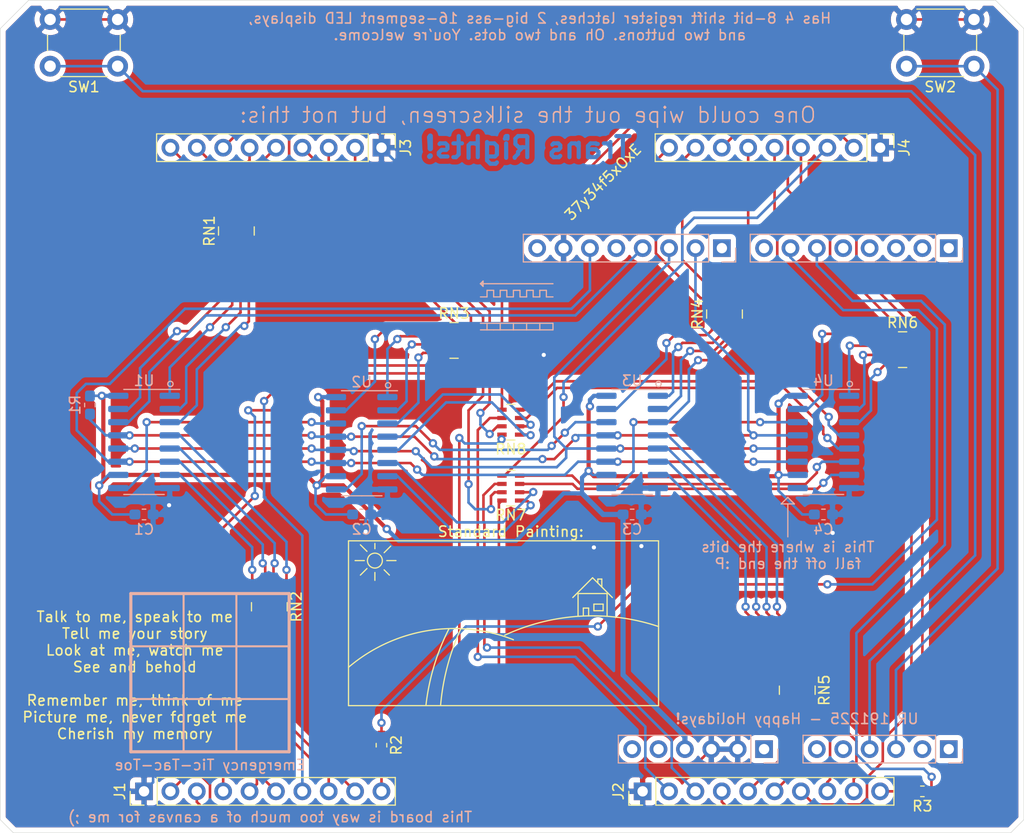
<source format=kicad_pcb>
(kicad_pcb (version 20171130) (host pcbnew 5.1.5)
  (layers (0 F.Cu signal hide) (31 B.Cu signal hide) (34 B.Paste user hide) (35 F.Paste user hide) (36 B.SilkS user) (37 F.SilkS user) (38 B.Mask user) (39 F.Mask user) (44 Edge.Cuts user))
  (net 0 "")
  (net 1 GND)
  (net 2 VCC)
  (net 3 "Net-(J1-Pad10)")
  (net 4 /D1_C)
  (net 5 /D1_L)
  (net 6 /D1_D2)
  (net 7 /D1_M)
  (net 8 /D1_N)
  (net 9 /D1_D1)
  (net 10 /D1_E)
  (net 11 /D1_G1)
  (net 12 "Net-(J2-Pad10)")
  (net 13 /D2_C)
  (net 14 /D2_L)
  (net 15 /D2_D2)
  (net 16 /D2_M)
  (net 17 /D2_N)
  (net 18 /D2_D1)
  (net 19 /D2_E)
  (net 20 /D2_G1)
  (net 21 /D1_F)
  (net 22 /D1_H)
  (net 23 /D1_A1)
  (net 24 /D1_J)
  (net 25 /D1_K)
  (net 26 /D1_A2)
  (net 27 /D1_B)
  (net 28 /D1_G2)
  (net 29 /D2_F)
  (net 30 /D2_H)
  (net 31 /D2_A1)
  (net 32 /D2_J)
  (net 33 /D2_K)
  (net 34 /D2_A2)
  (net 35 /D2_B)
  (net 36 /D2_G2)
  (net 37 "Net-(J5-Pad6)")
  (net 38 "Net-(J5-Pad5)")
  (net 39 "Net-(J5-Pad1)")
  (net 40 "Net-(J6-Pad6)")
  (net 41 "Net-(J6-Pad5)")
  (net 42 /BTN1)
  (net 43 /BTN2)
  (net 44 "Net-(J6-Pad2)")
  (net 45 "Net-(J6-Pad1)")
  (net 46 "Net-(J7-Pad8)")
  (net 47 /DP1)
  (net 48 /DP2)
  (net 49 "Net-(J7-Pad5)")
  (net 50 "Net-(J7-Pad4)")
  (net 51 "Net-(J7-Pad3)")
  (net 52 "Net-(J7-Pad2)")
  (net 53 "Net-(J7-Pad1)")
  (net 54 "Net-(J8-Pad8)")
  (net 55 /CLK)
  (net 56 "Net-(J8-Pad5)")
  (net 57 /MOSI)
  (net 58 /SPICS)
  (net 59 /~DISP_ON)
  (net 60 "Net-(J8-Pad1)")
  (net 61 /X0B3)
  (net 62 /X0B0)
  (net 63 /X0B2)
  (net 64 /X0B1)
  (net 65 /X0B7)
  (net 66 /X0B4)
  (net 67 /X0B6)
  (net 68 /X0B5)
  (net 69 /X1B3)
  (net 70 /X1B0)
  (net 71 /X1B2)
  (net 72 /X1B1)
  (net 73 /X2B3)
  (net 74 /X2B0)
  (net 75 /X2B2)
  (net 76 /X2B1)
  (net 77 /X2B7)
  (net 78 /X2B4)
  (net 79 /X2B6)
  (net 80 /X2B5)
  (net 81 /X3B3)
  (net 82 /X3B0)
  (net 83 /X3B2)
  (net 84 /X3B1)
  (net 85 /X3B7)
  (net 86 /X1B6)
  (net 87 /X3B6)
  (net 88 /X1B7)
  (net 89 /X3B5)
  (net 90 /X1B4)
  (net 91 /X3B4)
  (net 92 /X1B5)
  (net 93 /SC1)
  (net 94 /SC2)
  (net 95 /SC3)
  (net 96 "Net-(U4-Pad9)")
  (module Package_SO:SOIC-16_3.9x9.9mm_P1.27mm (layer B.Cu) (at 198.755 84.455 180)
    (fp_text reference U4 (at 0 5.9) (layer B.SilkS) (effects (justify mirror)))
    (fp_text value 74HC595)
    (pad 16 smd roundrect (at 2.475 4.445 180) (size 1.95 0.6) (layers B.Cu B.Paste B.Mask) (net 2 VCC))
    (pad 15 smd roundrect (at 2.475 3.175 180) (size 1.95 0.6) (layers B.Cu B.Paste B.Mask) (net 82 /X3B0))
    (pad 14 smd roundrect (at 2.475 1.905 180) (size 1.95 0.6) (layers B.Cu B.Paste B.Mask) (net 95 /SC3))
    (pad 13 smd roundrect (at 2.475 0.635 180) (size 1.95 0.6) (layers B.Cu B.Paste B.Mask) (net 59 /~DISP_ON))
    (pad 12 smd roundrect (at 2.475 -0.635 180) (size 1.95 0.6) (layers B.Cu B.Paste B.Mask) (net 58 /SPICS))
    (pad 11 smd roundrect (at 2.475 -1.905 180) (size 1.95 0.6) (layers B.Cu B.Paste B.Mask) (net 55 /CLK))
    (pad 10 smd roundrect (at 2.475 -3.175 180) (size 1.95 0.6) (layers B.Cu B.Paste B.Mask) (net 2 VCC))
    (pad 9 smd roundrect (at 2.475 -4.445 180) (size 1.95 0.6) (layers B.Cu B.Paste B.Mask) (net 96 "Net-(U4-Pad9)"))
    (pad 8 smd roundrect (at -2.475 -4.445 180) (size 1.95 0.6) (layers B.Cu B.Paste B.Mask) (net 1 GND))
    (pad 7 smd roundrect (at -2.475 -3.175 180) (size 1.95 0.6) (layers B.Cu B.Paste B.Mask) (net 85 /X3B7))
    (pad 6 smd roundrect (at -2.475 -1.905 180) (size 1.95 0.6) (layers B.Cu B.Paste B.Mask) (net 87 /X3B6))
    (pad 5 smd roundrect (at -2.475 -0.635 180) (size 1.95 0.6) (layers B.Cu B.Paste B.Mask) (net 89 /X3B5))
    (pad 4 smd roundrect (at -2.475 0.635 180) (size 1.95 0.6) (layers B.Cu B.Paste B.Mask) (net 91 /X3B4))
    (pad 3 smd roundrect (at -2.475 1.905 180) (size 1.95 0.6) (layers B.Cu B.Paste B.Mask) (net 81 /X3B3))
    (pad 2 smd roundrect (at -2.475 3.175 180) (size 1.95 0.6) (layers B.Cu B.Paste B.Mask) (net 83 /X3B2))
    (pad 1 smd roundrect (at -2.475 4.445 180) (size 1.95 0.6) (layers B.Cu B.Paste B.Mask) (net 84 /X3B1))
  )
  (module Package_SO:SOIC-16_3.9x9.9mm_P1.27mm (layer B.Cu) (at 180.34 84.455 180)
    (fp_text reference U3 (at 0 5.9) (layer B.SilkS) (effects (justify mirror)))
    (fp_text value 74HC595)
    (pad 16 smd roundrect (at 2.475 4.445 180) (size 1.95 0.6) (layers B.Cu B.Paste B.Mask) (net 2 VCC))
    (pad 15 smd roundrect (at 2.475 3.175 180) (size 1.95 0.6) (layers B.Cu B.Paste B.Mask) (net 74 /X2B0))
    (pad 14 smd roundrect (at 2.475 1.905 180) (size 1.95 0.6) (layers B.Cu B.Paste B.Mask) (net 94 /SC2))
    (pad 13 smd roundrect (at 2.475 0.635 180) (size 1.95 0.6) (layers B.Cu B.Paste B.Mask) (net 59 /~DISP_ON))
    (pad 12 smd roundrect (at 2.475 -0.635 180) (size 1.95 0.6) (layers B.Cu B.Paste B.Mask) (net 58 /SPICS))
    (pad 11 smd roundrect (at 2.475 -1.905 180) (size 1.95 0.6) (layers B.Cu B.Paste B.Mask) (net 55 /CLK))
    (pad 10 smd roundrect (at 2.475 -3.175 180) (size 1.95 0.6) (layers B.Cu B.Paste B.Mask) (net 2 VCC))
    (pad 9 smd roundrect (at 2.475 -4.445 180) (size 1.95 0.6) (layers B.Cu B.Paste B.Mask) (net 95 /SC3))
    (pad 8 smd roundrect (at -2.475 -4.445 180) (size 1.95 0.6) (layers B.Cu B.Paste B.Mask) (net 1 GND))
    (pad 7 smd roundrect (at -2.475 -3.175 180) (size 1.95 0.6) (layers B.Cu B.Paste B.Mask) (net 77 /X2B7))
    (pad 6 smd roundrect (at -2.475 -1.905 180) (size 1.95 0.6) (layers B.Cu B.Paste B.Mask) (net 79 /X2B6))
    (pad 5 smd roundrect (at -2.475 -0.635 180) (size 1.95 0.6) (layers B.Cu B.Paste B.Mask) (net 80 /X2B5))
    (pad 4 smd roundrect (at -2.475 0.635 180) (size 1.95 0.6) (layers B.Cu B.Paste B.Mask) (net 78 /X2B4))
    (pad 3 smd roundrect (at -2.475 1.905 180) (size 1.95 0.6) (layers B.Cu B.Paste B.Mask) (net 73 /X2B3))
    (pad 2 smd roundrect (at -2.475 3.175 180) (size 1.95 0.6) (layers B.Cu B.Paste B.Mask) (net 75 /X2B2))
    (pad 1 smd roundrect (at -2.475 4.445 180) (size 1.95 0.6) (layers B.Cu B.Paste B.Mask) (net 76 /X2B1))
  )
  (module Package_SO:SOIC-16_3.9x9.9mm_P1.27mm (layer B.Cu) (at 154.305 84.582 180)
    (fp_text reference U2 (at 0 5.9) (layer B.SilkS) (effects (justify mirror)))
    (fp_text value 74HC595)
    (pad 16 smd roundrect (at 2.475 4.445 180) (size 1.95 0.6) (layers B.Cu B.Paste B.Mask) (net 2 VCC))
    (pad 15 smd roundrect (at 2.475 3.175 180) (size 1.95 0.6) (layers B.Cu B.Paste B.Mask) (net 70 /X1B0))
    (pad 14 smd roundrect (at 2.475 1.905 180) (size 1.95 0.6) (layers B.Cu B.Paste B.Mask) (net 93 /SC1))
    (pad 13 smd roundrect (at 2.475 0.635 180) (size 1.95 0.6) (layers B.Cu B.Paste B.Mask) (net 59 /~DISP_ON))
    (pad 12 smd roundrect (at 2.475 -0.635 180) (size 1.95 0.6) (layers B.Cu B.Paste B.Mask) (net 58 /SPICS))
    (pad 11 smd roundrect (at 2.475 -1.905 180) (size 1.95 0.6) (layers B.Cu B.Paste B.Mask) (net 55 /CLK))
    (pad 10 smd roundrect (at 2.475 -3.175 180) (size 1.95 0.6) (layers B.Cu B.Paste B.Mask) (net 2 VCC))
    (pad 9 smd roundrect (at 2.475 -4.445 180) (size 1.95 0.6) (layers B.Cu B.Paste B.Mask) (net 94 /SC2))
    (pad 8 smd roundrect (at -2.475 -4.445 180) (size 1.95 0.6) (layers B.Cu B.Paste B.Mask) (net 1 GND))
    (pad 7 smd roundrect (at -2.475 -3.175 180) (size 1.95 0.6) (layers B.Cu B.Paste B.Mask) (net 88 /X1B7))
    (pad 6 smd roundrect (at -2.475 -1.905 180) (size 1.95 0.6) (layers B.Cu B.Paste B.Mask) (net 86 /X1B6))
    (pad 5 smd roundrect (at -2.475 -0.635 180) (size 1.95 0.6) (layers B.Cu B.Paste B.Mask) (net 92 /X1B5))
    (pad 4 smd roundrect (at -2.475 0.635 180) (size 1.95 0.6) (layers B.Cu B.Paste B.Mask) (net 90 /X1B4))
    (pad 3 smd roundrect (at -2.475 1.905 180) (size 1.95 0.6) (layers B.Cu B.Paste B.Mask) (net 69 /X1B3))
    (pad 2 smd roundrect (at -2.475 3.175 180) (size 1.95 0.6) (layers B.Cu B.Paste B.Mask) (net 71 /X1B2))
    (pad 1 smd roundrect (at -2.475 4.445 180) (size 1.95 0.6) (layers B.Cu B.Paste B.Mask) (net 72 /X1B1))
  )
  (module Package_SO:SOIC-16_3.9x9.9mm_P1.27mm (layer B.Cu) (at 133.35 84.455 180)
    (fp_text reference U1 (at 0 5.9) (layer B.SilkS) (effects (justify mirror)))
    (fp_text value 74HC595)
    (pad 16 smd roundrect (at 2.475 4.445 180) (size 1.95 0.6) (layers B.Cu B.Paste B.Mask) (net 2 VCC))
    (pad 15 smd roundrect (at 2.475 3.175 180) (size 1.95 0.6) (layers B.Cu B.Paste B.Mask) (net 62 /X0B0))
    (pad 14 smd roundrect (at 2.475 1.905 180) (size 1.95 0.6) (layers B.Cu B.Paste B.Mask) (net 57 /MOSI))
    (pad 13 smd roundrect (at 2.475 0.635 180) (size 1.95 0.6) (layers B.Cu B.Paste B.Mask) (net 59 /~DISP_ON))
    (pad 12 smd roundrect (at 2.475 -0.635 180) (size 1.95 0.6) (layers B.Cu B.Paste B.Mask) (net 58 /SPICS))
    (pad 11 smd roundrect (at 2.475 -1.905 180) (size 1.95 0.6) (layers B.Cu B.Paste B.Mask) (net 55 /CLK))
    (pad 10 smd roundrect (at 2.475 -3.175 180) (size 1.95 0.6) (layers B.Cu B.Paste B.Mask) (net 2 VCC))
    (pad 9 smd roundrect (at 2.475 -4.445 180) (size 1.95 0.6) (layers B.Cu B.Paste B.Mask) (net 93 /SC1))
    (pad 8 smd roundrect (at -2.475 -4.445 180) (size 1.95 0.6) (layers B.Cu B.Paste B.Mask) (net 1 GND))
    (pad 7 smd roundrect (at -2.475 -3.175 180) (size 1.95 0.6) (layers B.Cu B.Paste B.Mask) (net 65 /X0B7))
    (pad 6 smd roundrect (at -2.475 -1.905 180) (size 1.95 0.6) (layers B.Cu B.Paste B.Mask) (net 67 /X0B6))
    (pad 5 smd roundrect (at -2.475 -0.635 180) (size 1.95 0.6) (layers B.Cu B.Paste B.Mask) (net 68 /X0B5))
    (pad 4 smd roundrect (at -2.475 0.635 180) (size 1.95 0.6) (layers B.Cu B.Paste B.Mask) (net 66 /X0B4))
    (pad 3 smd roundrect (at -2.475 1.905 180) (size 1.95 0.6) (layers B.Cu B.Paste B.Mask) (net 61 /X0B3))
    (pad 2 smd roundrect (at -2.475 3.175 180) (size 1.95 0.6) (layers B.Cu B.Paste B.Mask) (net 63 /X0B2))
    (pad 1 smd roundrect (at -2.475 4.445 180) (size 1.95 0.6) (layers B.Cu B.Paste B.Mask) (net 64 /X0B1))
  )
  (module Button_Switch_THT:SW_PUSH_6mm (layer F.Cu) (at 213.25 48.26 180)
    (fp_text reference SW2 (at 3.25 -2) (layer F.SilkS))
    (fp_text value BTN)
    (pad 1 thru_hole circle (at 6.5 0 270) (size 2 2) (drill 1.1) (layers *.Cu *.Mask) (net 43 /BTN2))
    (pad 2 thru_hole circle (at 6.5 4.5 270) (size 2 2) (drill 1.1) (layers *.Cu *.Mask) (net 1 GND))
    (pad 1 thru_hole circle (at 0 0 270) (size 2 2) (drill 1.1) (layers *.Cu *.Mask) (net 43 /BTN2))
    (pad 2 thru_hole circle (at 0 4.5 270) (size 2 2) (drill 1.1) (layers *.Cu *.Mask) (net 1 GND))
  )
  (module Button_Switch_THT:SW_PUSH_6mm (layer F.Cu) (at 130.81 48.26 180)
    (fp_text reference SW1 (at 3.25 -2) (layer F.SilkS))
    (fp_text value BTN)
    (pad 1 thru_hole circle (at 6.5 0 270) (size 2 2) (drill 1.1) (layers *.Cu *.Mask) (net 42 /BTN1))
    (pad 2 thru_hole circle (at 6.5 4.5 270) (size 2 2) (drill 1.1) (layers *.Cu *.Mask) (net 1 GND))
    (pad 1 thru_hole circle (at 0 0 270) (size 2 2) (drill 1.1) (layers *.Cu *.Mask) (net 42 /BTN1))
    (pad 2 thru_hole circle (at 0 4.5 270) (size 2 2) (drill 1.1) (layers *.Cu *.Mask) (net 1 GND))
  )
  (module Resistor_SMD:R_Array_Concave_4x0603 (layer F.Cu) (at 168.656 82.55 180)
    (fp_text reference RN8 (at 0 -2.6) (layer F.SilkS))
    (fp_text value 220)
    (pad 5 smd rect (at 0.85 1.2 180) (size 0.9 0.4) (layers F.Cu F.Paste F.Mask) (net 36 /D2_G2))
    (pad 6 smd rect (at 0.85 0.4 180) (size 0.9 0.4) (layers F.Cu F.Paste F.Mask) (net 20 /D2_G1))
    (pad 7 smd rect (at 0.85 -0.4 180) (size 0.9 0.4) (layers F.Cu F.Paste F.Mask) (net 28 /D1_G2))
    (pad 8 smd rect (at 0.85 -1.2 180) (size 0.9 0.4) (layers F.Cu F.Paste F.Mask) (net 11 /D1_G1))
    (pad 4 smd rect (at -0.85 1.2 180) (size 0.9 0.4) (layers F.Cu F.Paste F.Mask) (net 91 /X3B4))
    (pad 1 smd rect (at -0.85 -1.2 180) (size 0.9 0.4) (layers F.Cu F.Paste F.Mask) (net 92 /X1B5))
    (pad 3 smd rect (at -0.85 0.4 180) (size 0.9 0.4) (layers F.Cu F.Paste F.Mask) (net 89 /X3B5))
    (pad 2 smd rect (at -0.85 -0.4 180) (size 0.9 0.4) (layers F.Cu F.Paste F.Mask) (net 90 /X1B4))
  )
  (module Resistor_SMD:R_Array_Concave_4x0603 (layer F.Cu) (at 168.656 88.9 180)
    (fp_text reference RN7 (at 0 -2.6) (layer F.SilkS))
    (fp_text value 100)
    (pad 5 smd rect (at 0.85 1.2 180) (size 0.9 0.4) (layers F.Cu F.Paste F.Mask) (net 35 /D2_B))
    (pad 6 smd rect (at 0.85 0.4 180) (size 0.9 0.4) (layers F.Cu F.Paste F.Mask) (net 19 /D2_E))
    (pad 7 smd rect (at 0.85 -0.4 180) (size 0.9 0.4) (layers F.Cu F.Paste F.Mask) (net 27 /D1_B))
    (pad 8 smd rect (at 0.85 -1.2 180) (size 0.9 0.4) (layers F.Cu F.Paste F.Mask) (net 10 /D1_E))
    (pad 4 smd rect (at -0.85 1.2 180) (size 0.9 0.4) (layers F.Cu F.Paste F.Mask) (net 87 /X3B6))
    (pad 1 smd rect (at -0.85 -1.2 180) (size 0.9 0.4) (layers F.Cu F.Paste F.Mask) (net 88 /X1B7))
    (pad 3 smd rect (at -0.85 0.4 180) (size 0.9 0.4) (layers F.Cu F.Paste F.Mask) (net 85 /X3B7))
    (pad 2 smd rect (at -0.85 -0.4 180) (size 0.9 0.4) (layers F.Cu F.Paste F.Mask) (net 86 /X1B6))
  )
  (module Resistor_SMD:R_Array_Concave_4x0603 (layer F.Cu) (at 206.375 75.565)
    (fp_text reference RN6 (at 0 -2.6) (layer F.SilkS))
    (fp_text value 220)
    (pad 5 smd rect (at 0.85 1.2) (size 0.9 0.4) (layers F.Cu F.Paste F.Mask) (net 15 /D2_D2))
    (pad 6 smd rect (at 0.85 0.4) (size 0.9 0.4) (layers F.Cu F.Paste F.Mask) (net 18 /D2_D1))
    (pad 7 smd rect (at 0.85 -0.4) (size 0.9 0.4) (layers F.Cu F.Paste F.Mask) (net 34 /D2_A2))
    (pad 8 smd rect (at 0.85 -1.2) (size 0.9 0.4) (layers F.Cu F.Paste F.Mask) (net 31 /D2_A1))
    (pad 4 smd rect (at -0.85 1.2) (size 0.9 0.4) (layers F.Cu F.Paste F.Mask) (net 81 /X3B3))
    (pad 1 smd rect (at -0.85 -1.2) (size 0.9 0.4) (layers F.Cu F.Paste F.Mask) (net 82 /X3B0))
    (pad 3 smd rect (at -0.85 0.4) (size 0.9 0.4) (layers F.Cu F.Paste F.Mask) (net 83 /X3B2))
    (pad 2 smd rect (at -0.85 -0.4) (size 0.9 0.4) (layers F.Cu F.Paste F.Mask) (net 84 /X3B1))
  )
  (module Resistor_SMD:R_Array_Concave_4x0603 (layer F.Cu) (at 196.234 108.37 270)
    (fp_text reference RN5 (at 0 -2.6 90) (layer F.SilkS))
    (fp_text value 100)
    (pad 5 smd rect (at 0.85 1.2 270) (size 0.9 0.4) (layers F.Cu F.Paste F.Mask) (net 17 /D2_N))
    (pad 6 smd rect (at 0.85 0.4 270) (size 0.9 0.4) (layers F.Cu F.Paste F.Mask) (net 16 /D2_M))
    (pad 7 smd rect (at 0.85 -0.4 270) (size 0.9 0.4) (layers F.Cu F.Paste F.Mask) (net 14 /D2_L))
    (pad 8 smd rect (at 0.85 -1.2 270) (size 0.9 0.4) (layers F.Cu F.Paste F.Mask) (net 13 /D2_C))
    (pad 4 smd rect (at -0.85 1.2 270) (size 0.9 0.4) (layers F.Cu F.Paste F.Mask) (net 77 /X2B7))
    (pad 1 smd rect (at -0.85 -1.2 270) (size 0.9 0.4) (layers F.Cu F.Paste F.Mask) (net 78 /X2B4))
    (pad 3 smd rect (at -0.85 0.4 270) (size 0.9 0.4) (layers F.Cu F.Paste F.Mask) (net 79 /X2B6))
    (pad 2 smd rect (at -0.85 -0.4 270) (size 0.9 0.4) (layers F.Cu F.Paste F.Mask) (net 80 /X2B5))
  )
  (module Resistor_SMD:R_Array_Concave_4x0603 (layer F.Cu) (at 189.23 72.136 90)
    (fp_text reference RN4 (at 0 -2.6 90) (layer F.SilkS))
    (fp_text value 100)
    (pad 5 smd rect (at 0.85 1.2 90) (size 0.9 0.4) (layers F.Cu F.Paste F.Mask) (net 33 /D2_K))
    (pad 6 smd rect (at 0.85 0.4 90) (size 0.9 0.4) (layers F.Cu F.Paste F.Mask) (net 32 /D2_J))
    (pad 7 smd rect (at 0.85 -0.4 90) (size 0.9 0.4) (layers F.Cu F.Paste F.Mask) (net 30 /D2_H))
    (pad 8 smd rect (at 0.85 -1.2 90) (size 0.9 0.4) (layers F.Cu F.Paste F.Mask) (net 29 /D2_F))
    (pad 4 smd rect (at -0.85 1.2 90) (size 0.9 0.4) (layers F.Cu F.Paste F.Mask) (net 73 /X2B3))
    (pad 1 smd rect (at -0.85 -1.2 90) (size 0.9 0.4) (layers F.Cu F.Paste F.Mask) (net 74 /X2B0))
    (pad 3 smd rect (at -0.85 0.4 90) (size 0.9 0.4) (layers F.Cu F.Paste F.Mask) (net 75 /X2B2))
    (pad 2 smd rect (at -0.85 -0.4 90) (size 0.9 0.4) (layers F.Cu F.Paste F.Mask) (net 76 /X2B1))
  )
  (module Resistor_SMD:R_Array_Concave_4x0603 (layer F.Cu) (at 163.195 74.676)
    (fp_text reference RN3 (at 0 -2.6) (layer F.SilkS))
    (fp_text value 220)
    (pad 5 smd rect (at 0.85 1.2) (size 0.9 0.4) (layers F.Cu F.Paste F.Mask) (net 6 /D1_D2))
    (pad 6 smd rect (at 0.85 0.4) (size 0.9 0.4) (layers F.Cu F.Paste F.Mask) (net 9 /D1_D1))
    (pad 7 smd rect (at 0.85 -0.4) (size 0.9 0.4) (layers F.Cu F.Paste F.Mask) (net 26 /D1_A2))
    (pad 8 smd rect (at 0.85 -1.2) (size 0.9 0.4) (layers F.Cu F.Paste F.Mask) (net 23 /D1_A1))
    (pad 4 smd rect (at -0.85 1.2) (size 0.9 0.4) (layers F.Cu F.Paste F.Mask) (net 69 /X1B3))
    (pad 1 smd rect (at -0.85 -1.2) (size 0.9 0.4) (layers F.Cu F.Paste F.Mask) (net 70 /X1B0))
    (pad 3 smd rect (at -0.85 0.4) (size 0.9 0.4) (layers F.Cu F.Paste F.Mask) (net 71 /X1B2))
    (pad 2 smd rect (at -0.85 -0.4) (size 0.9 0.4) (layers F.Cu F.Paste F.Mask) (net 72 /X1B1))
  )
  (module Resistor_SMD:R_Array_Concave_4x0603 (layer F.Cu) (at 145.415 100.33 270)
    (fp_text reference RN2 (at 0 -2.6 90) (layer F.SilkS))
    (fp_text value 100)
    (pad 5 smd rect (at 0.85 1.2 270) (size 0.9 0.4) (layers F.Cu F.Paste F.Mask) (net 8 /D1_N))
    (pad 6 smd rect (at 0.85 0.4 270) (size 0.9 0.4) (layers F.Cu F.Paste F.Mask) (net 7 /D1_M))
    (pad 7 smd rect (at 0.85 -0.4 270) (size 0.9 0.4) (layers F.Cu F.Paste F.Mask) (net 5 /D1_L))
    (pad 8 smd rect (at 0.85 -1.2 270) (size 0.9 0.4) (layers F.Cu F.Paste F.Mask) (net 4 /D1_C))
    (pad 4 smd rect (at -0.85 1.2 270) (size 0.9 0.4) (layers F.Cu F.Paste F.Mask) (net 65 /X0B7))
    (pad 1 smd rect (at -0.85 -1.2 270) (size 0.9 0.4) (layers F.Cu F.Paste F.Mask) (net 66 /X0B4))
    (pad 3 smd rect (at -0.85 0.4 270) (size 0.9 0.4) (layers F.Cu F.Paste F.Mask) (net 67 /X0B6))
    (pad 2 smd rect (at -0.85 -0.4 270) (size 0.9 0.4) (layers F.Cu F.Paste F.Mask) (net 68 /X0B5))
  )
  (module Resistor_SMD:R_Array_Concave_4x0603 (layer F.Cu) (at 142.24 64.135 90)
    (fp_text reference RN1 (at 0 -2.6 90) (layer F.SilkS))
    (fp_text value 100)
    (pad 5 smd rect (at 0.85 1.2 90) (size 0.9 0.4) (layers F.Cu F.Paste F.Mask) (net 25 /D1_K))
    (pad 6 smd rect (at 0.85 0.4 90) (size 0.9 0.4) (layers F.Cu F.Paste F.Mask) (net 24 /D1_J))
    (pad 7 smd rect (at 0.85 -0.4 90) (size 0.9 0.4) (layers F.Cu F.Paste F.Mask) (net 22 /D1_H))
    (pad 8 smd rect (at 0.85 -1.2 90) (size 0.9 0.4) (layers F.Cu F.Paste F.Mask) (net 21 /D1_F))
    (pad 4 smd rect (at -0.85 1.2 90) (size 0.9 0.4) (layers F.Cu F.Paste F.Mask) (net 61 /X0B3))
    (pad 1 smd rect (at -0.85 -1.2 90) (size 0.9 0.4) (layers F.Cu F.Paste F.Mask) (net 62 /X0B0))
    (pad 3 smd rect (at -0.85 0.4 90) (size 0.9 0.4) (layers F.Cu F.Paste F.Mask) (net 63 /X0B2))
    (pad 2 smd rect (at -0.85 -0.4 90) (size 0.9 0.4) (layers F.Cu F.Paste F.Mask) (net 64 /X0B1))
  )
  (module Resistor_SMD:R_0603_1608Metric_Pad1.05x0.95mm_HandSolder (layer F.Cu) (at 208.28 118.11 180)
    (fp_text reference R3 (at 0 -1.43) (layer F.SilkS))
    (fp_text value 560)
    (pad 2 smd roundrect (at 0.875 0 180) (size 1.05 0.95) (layers F.Cu F.Paste F.Mask) (net 12 "Net-(J2-Pad10)"))
    (pad 1 smd roundrect (at -0.875 0 180) (size 1.05 0.95) (layers F.Cu F.Paste F.Mask) (net 48 /DP2))
  )
  (module Resistor_SMD:R_0603_1608Metric_Pad1.05x0.95mm_HandSolder (layer F.Cu) (at 156.21 113.665 270)
    (fp_text reference R2 (at 0 -1.43 90) (layer F.SilkS))
    (fp_text value 560)
    (pad 2 smd roundrect (at 0.875 0 270) (size 1.05 0.95) (layers F.Cu F.Paste F.Mask) (net 3 "Net-(J1-Pad10)"))
    (pad 1 smd roundrect (at -0.875 0 270) (size 1.05 0.95) (layers F.Cu F.Paste F.Mask) (net 47 /DP1))
  )
  (module Resistor_SMD:R_0603_1608Metric_Pad1.05x0.95mm_HandSolder (layer B.Cu) (at 128.143 80.899 270)
    (fp_text reference R1 (at 0 1.43 270) (layer B.SilkS) (effects (justify mirror)))
    (fp_text value 100k)
    (pad 2 smd roundrect (at 0.875 0 270) (size 1.05 0.95) (layers B.Cu B.Paste B.Mask) (net 59 /~DISP_ON))
    (pad 1 smd roundrect (at -0.875 0 270) (size 1.05 0.95) (layers B.Cu B.Paste B.Mask) (net 2 VCC))
  )
  (module Connector_PinHeader_2.54mm:PinHeader_1x08_P2.54mm_Vertical (layer B.Cu) (at 188.976 65.786 90)
    (fp_text reference J8 hide)
    (fp_text value ARD_DIG2)
    (pad 8 thru_hole oval (at 0 -17.78 90) (size 1.7 1.7) (drill 1) (layers *.Cu *.Mask) (net 54 "Net-(J8-Pad8)"))
    (pad 7 thru_hole oval (at 0 -15.24 90) (size 1.7 1.7) (drill 1) (layers *.Cu *.Mask) (net 1 GND))
    (pad 6 thru_hole oval (at 0 -12.7 90) (size 1.7 1.7) (drill 1) (layers *.Cu *.Mask) (net 55 /CLK))
    (pad 5 thru_hole oval (at 0 -10.16 90) (size 1.7 1.7) (drill 1) (layers *.Cu *.Mask) (net 56 "Net-(J8-Pad5)"))
    (pad 4 thru_hole oval (at 0 -7.62 90) (size 1.7 1.7) (drill 1) (layers *.Cu *.Mask) (net 57 /MOSI))
    (pad 3 thru_hole oval (at 0 -5.08 90) (size 1.7 1.7) (drill 1) (layers *.Cu *.Mask) (net 58 /SPICS))
    (pad 2 thru_hole oval (at 0 -2.54 90) (size 1.7 1.7) (drill 1) (layers *.Cu *.Mask) (net 59 /~DISP_ON))
    (pad 1 thru_hole rect (at 0 0 90) (size 1.7 1.7) (drill 1) (layers *.Cu *.Mask) (net 60 "Net-(J8-Pad1)"))
  )
  (module Connector_PinHeader_2.54mm:PinHeader_1x08_P2.54mm_Vertical (layer B.Cu) (at 210.82 65.786 90)
    (fp_text reference J7 hide)
    (fp_text value ARD_DIG1)
    (pad 8 thru_hole oval (at 0 -17.78 90) (size 1.7 1.7) (drill 1) (layers *.Cu *.Mask) (net 46 "Net-(J7-Pad8)"))
    (pad 7 thru_hole oval (at 0 -15.24 90) (size 1.7 1.7) (drill 1) (layers *.Cu *.Mask) (net 47 /DP1))
    (pad 6 thru_hole oval (at 0 -12.7 90) (size 1.7 1.7) (drill 1) (layers *.Cu *.Mask) (net 48 /DP2))
    (pad 5 thru_hole oval (at 0 -10.16 90) (size 1.7 1.7) (drill 1) (layers *.Cu *.Mask) (net 49 "Net-(J7-Pad5)"))
    (pad 4 thru_hole oval (at 0 -7.62 90) (size 1.7 1.7) (drill 1) (layers *.Cu *.Mask) (net 50 "Net-(J7-Pad4)"))
    (pad 3 thru_hole oval (at 0 -5.08 90) (size 1.7 1.7) (drill 1) (layers *.Cu *.Mask) (net 51 "Net-(J7-Pad3)"))
    (pad 2 thru_hole oval (at 0 -2.54 90) (size 1.7 1.7) (drill 1) (layers *.Cu *.Mask) (net 52 "Net-(J7-Pad2)"))
    (pad 1 thru_hole rect (at 0 0 90) (size 1.7 1.7) (drill 1) (layers *.Cu *.Mask) (net 53 "Net-(J7-Pad1)"))
  )
  (module Connector_PinHeader_2.54mm:PinHeader_1x06_P2.54mm_Vertical (layer B.Cu) (at 210.82 114.046 90)
    (fp_text reference J6 hide)
    (fp_text value ARD_ANALOG)
    (pad 6 thru_hole oval (at 0 -12.7 90) (size 1.7 1.7) (drill 1) (layers *.Cu *.Mask) (net 40 "Net-(J6-Pad6)"))
    (pad 5 thru_hole oval (at 0 -10.16 90) (size 1.7 1.7) (drill 1) (layers *.Cu *.Mask) (net 41 "Net-(J6-Pad5)"))
    (pad 4 thru_hole oval (at 0 -7.62 90) (size 1.7 1.7) (drill 1) (layers *.Cu *.Mask) (net 42 /BTN1))
    (pad 3 thru_hole oval (at 0 -5.08 90) (size 1.7 1.7) (drill 1) (layers *.Cu *.Mask) (net 43 /BTN2))
    (pad 2 thru_hole oval (at 0 -2.54 90) (size 1.7 1.7) (drill 1) (layers *.Cu *.Mask) (net 44 "Net-(J6-Pad2)"))
    (pad 1 thru_hole rect (at 0 0 90) (size 1.7 1.7) (drill 1) (layers *.Cu *.Mask) (net 45 "Net-(J6-Pad1)"))
  )
  (module Connector_PinHeader_2.54mm:PinHeader_1x06_P2.54mm_Vertical (layer B.Cu) (at 193.04 114.046 90)
    (fp_text reference J5 hide)
    (fp_text value ARD_PWR)
    (pad 6 thru_hole oval (at 0 -12.7 90) (size 1.7 1.7) (drill 1) (layers *.Cu *.Mask) (net 37 "Net-(J5-Pad6)"))
    (pad 5 thru_hole oval (at 0 -10.16 90) (size 1.7 1.7) (drill 1) (layers *.Cu *.Mask) (net 38 "Net-(J5-Pad5)"))
    (pad 4 thru_hole oval (at 0 -7.62 90) (size 1.7 1.7) (drill 1) (layers *.Cu *.Mask) (net 2 VCC))
    (pad 3 thru_hole oval (at 0 -5.08 90) (size 1.7 1.7) (drill 1) (layers *.Cu *.Mask) (net 1 GND))
    (pad 2 thru_hole oval (at 0 -2.54 90) (size 1.7 1.7) (drill 1) (layers *.Cu *.Mask) (net 1 GND))
    (pad 1 thru_hole rect (at 0 0 90) (size 1.7 1.7) (drill 1) (layers *.Cu *.Mask) (net 39 "Net-(J5-Pad1)"))
  )
  (module Connector_PinHeader_2.54mm:PinHeader_1x09_P2.54mm_Vertical (layer F.Cu) (at 204.21 56.11 270)
    (fp_text reference J4 (at 0 -2.33 90) (layer F.SilkS))
    (fp_text value DISP2_11_20)
    (pad 9 thru_hole oval (at 0 20.32 270) (size 1.7 1.7) (drill 1) (layers *.Cu *.Mask) (net 29 /D2_F))
    (pad 8 thru_hole oval (at 0 17.78 270) (size 1.7 1.7) (drill 1) (layers *.Cu *.Mask) (net 30 /D2_H))
    (pad 7 thru_hole oval (at 0 15.24 270) (size 1.7 1.7) (drill 1) (layers *.Cu *.Mask) (net 31 /D2_A1))
    (pad 6 thru_hole oval (at 0 12.7 270) (size 1.7 1.7) (drill 1) (layers *.Cu *.Mask) (net 32 /D2_J))
    (pad 5 thru_hole oval (at 0 10.16 270) (size 1.7 1.7) (drill 1) (layers *.Cu *.Mask) (net 33 /D2_K))
    (pad 4 thru_hole oval (at 0 7.62 270) (size 1.7 1.7) (drill 1) (layers *.Cu *.Mask) (net 34 /D2_A2))
    (pad 3 thru_hole oval (at 0 5.08 270) (size 1.7 1.7) (drill 1) (layers *.Cu *.Mask) (net 35 /D2_B))
    (pad 2 thru_hole oval (at 0 2.54 270) (size 1.7 1.7) (drill 1) (layers *.Cu *.Mask) (net 36 /D2_G2))
    (pad 1 thru_hole rect (at 0 0 270) (size 1.7 1.7) (drill 1) (layers *.Cu *.Mask) (net 1 GND))
  )
  (module Connector_PinHeader_2.54mm:PinHeader_1x09_P2.54mm_Vertical (layer F.Cu) (at 156.21 56.11 270)
    (fp_text reference J3 (at 0 -2.33 90) (layer F.SilkS))
    (fp_text value DISP1_11_20)
    (pad 9 thru_hole oval (at 0 20.32 270) (size 1.7 1.7) (drill 1) (layers *.Cu *.Mask) (net 21 /D1_F))
    (pad 8 thru_hole oval (at 0 17.78 270) (size 1.7 1.7) (drill 1) (layers *.Cu *.Mask) (net 22 /D1_H))
    (pad 7 thru_hole oval (at 0 15.24 270) (size 1.7 1.7) (drill 1) (layers *.Cu *.Mask) (net 23 /D1_A1))
    (pad 6 thru_hole oval (at 0 12.7 270) (size 1.7 1.7) (drill 1) (layers *.Cu *.Mask) (net 24 /D1_J))
    (pad 5 thru_hole oval (at 0 10.16 270) (size 1.7 1.7) (drill 1) (layers *.Cu *.Mask) (net 25 /D1_K))
    (pad 4 thru_hole oval (at 0 7.62 270) (size 1.7 1.7) (drill 1) (layers *.Cu *.Mask) (net 26 /D1_A2))
    (pad 3 thru_hole oval (at 0 5.08 270) (size 1.7 1.7) (drill 1) (layers *.Cu *.Mask) (net 27 /D1_B))
    (pad 2 thru_hole oval (at 0 2.54 270) (size 1.7 1.7) (drill 1) (layers *.Cu *.Mask) (net 28 /D1_G2))
    (pad 1 thru_hole rect (at 0 0 270) (size 1.7 1.7) (drill 1) (layers *.Cu *.Mask) (net 1 GND))
  )
  (module Connector_PinHeader_2.54mm:PinHeader_1x10_P2.54mm_Vertical (layer F.Cu) (at 181.35 118.11 90)
    (fp_text reference J2 (at 0 -2.33 90) (layer F.SilkS))
    (fp_text value DISP2_1_10)
    (pad 10 thru_hole oval (at 0 22.86 90) (size 1.7 1.7) (drill 1) (layers *.Cu *.Mask) (net 12 "Net-(J2-Pad10)"))
    (pad 9 thru_hole oval (at 0 20.32 90) (size 1.7 1.7) (drill 1) (layers *.Cu *.Mask) (net 13 /D2_C))
    (pad 8 thru_hole oval (at 0 17.78 90) (size 1.7 1.7) (drill 1) (layers *.Cu *.Mask) (net 14 /D2_L))
    (pad 7 thru_hole oval (at 0 15.24 90) (size 1.7 1.7) (drill 1) (layers *.Cu *.Mask) (net 15 /D2_D2))
    (pad 6 thru_hole oval (at 0 12.7 90) (size 1.7 1.7) (drill 1) (layers *.Cu *.Mask) (net 16 /D2_M))
    (pad 5 thru_hole oval (at 0 10.16 90) (size 1.7 1.7) (drill 1) (layers *.Cu *.Mask) (net 17 /D2_N))
    (pad 4 thru_hole oval (at 0 7.62 90) (size 1.7 1.7) (drill 1) (layers *.Cu *.Mask) (net 18 /D2_D1))
    (pad 3 thru_hole oval (at 0 5.08 90) (size 1.7 1.7) (drill 1) (layers *.Cu *.Mask) (net 19 /D2_E))
    (pad 2 thru_hole oval (at 0 2.54 90) (size 1.7 1.7) (drill 1) (layers *.Cu *.Mask) (net 20 /D2_G1))
    (pad 1 thru_hole rect (at 0 0 90) (size 1.7 1.7) (drill 1) (layers *.Cu *.Mask) (net 1 GND))
  )
  (module Connector_PinHeader_2.54mm:PinHeader_1x10_P2.54mm_Vertical (layer F.Cu) (at 133.35 118.11 90)
    (fp_text reference J1 (at 0 -2.33 90) (layer F.SilkS))
    (fp_text value DISP1_1_10)
    (pad 10 thru_hole oval (at 0 22.86 90) (size 1.7 1.7) (drill 1) (layers *.Cu *.Mask) (net 3 "Net-(J1-Pad10)"))
    (pad 9 thru_hole oval (at 0 20.32 90) (size 1.7 1.7) (drill 1) (layers *.Cu *.Mask) (net 4 /D1_C))
    (pad 8 thru_hole oval (at 0 17.78 90) (size 1.7 1.7) (drill 1) (layers *.Cu *.Mask) (net 5 /D1_L))
    (pad 7 thru_hole oval (at 0 15.24 90) (size 1.7 1.7) (drill 1) (layers *.Cu *.Mask) (net 6 /D1_D2))
    (pad 6 thru_hole oval (at 0 12.7 90) (size 1.7 1.7) (drill 1) (layers *.Cu *.Mask) (net 7 /D1_M))
    (pad 5 thru_hole oval (at 0 10.16 90) (size 1.7 1.7) (drill 1) (layers *.Cu *.Mask) (net 8 /D1_N))
    (pad 4 thru_hole oval (at 0 7.62 90) (size 1.7 1.7) (drill 1) (layers *.Cu *.Mask) (net 9 /D1_D1))
    (pad 3 thru_hole oval (at 0 5.08 90) (size 1.7 1.7) (drill 1) (layers *.Cu *.Mask) (net 10 /D1_E))
    (pad 2 thru_hole oval (at 0 2.54 90) (size 1.7 1.7) (drill 1) (layers *.Cu *.Mask) (net 11 /D1_G1))
    (pad 1 thru_hole rect (at 0 0 90) (size 1.7 1.7) (drill 1) (layers *.Cu *.Mask) (net 1 GND))
  )
  (module Capacitor_SMD:C_0603_1608Metric_Pad1.05x0.95mm_HandSolder (layer B.Cu) (at 198.755 91.44)
    (fp_text reference C4 (at 0 1.43) (layer B.SilkS) (effects (justify mirror)))
    (fp_text value .1u)
    (pad 2 smd roundrect (at 0.875 0) (size 1.05 0.95) (layers B.Cu B.Paste B.Mask) (net 1 GND))
    (pad 1 smd roundrect (at -0.875 0) (size 1.05 0.95) (layers B.Cu B.Paste B.Mask) (net 2 VCC))
  )
  (module Capacitor_SMD:C_0603_1608Metric_Pad1.05x0.95mm_HandSolder (layer B.Cu) (at 180.34 91.44)
    (fp_text reference C3 (at 0 1.43) (layer B.SilkS) (effects (justify mirror)))
    (fp_text value .1u)
    (pad 2 smd roundrect (at 0.875 0) (size 1.05 0.95) (layers B.Cu B.Paste B.Mask) (net 1 GND))
    (pad 1 smd roundrect (at -0.875 0) (size 1.05 0.95) (layers B.Cu B.Paste B.Mask) (net 2 VCC))
  )
  (module Capacitor_SMD:C_0603_1608Metric_Pad1.05x0.95mm_HandSolder (layer B.Cu) (at 154.305 91.44)
    (fp_text reference C2 (at 0 1.43) (layer B.SilkS) (effects (justify mirror)))
    (fp_text value .1u)
    (pad 2 smd roundrect (at 0.875 0) (size 1.05 0.95) (layers B.Cu B.Paste B.Mask) (net 1 GND))
    (pad 1 smd roundrect (at -0.875 0) (size 1.05 0.95) (layers B.Cu B.Paste B.Mask) (net 2 VCC))
  )
  (module Capacitor_SMD:C_0603_1608Metric_Pad1.05x0.95mm_HandSolder (layer B.Cu) (at 133.35 91.44)
    (fp_text reference C1 (at 0 1.43) (layer B.SilkS) (effects (justify mirror)))
    (fp_text value .1u)
    (pad 2 smd roundrect (at 0.875 0) (size 1.05 0.95) (layers B.Cu B.Paste B.Mask) (net 1 GND))
    (pad 1 smd roundrect (at -0.875 0) (size 1.05 0.95) (layers B.Cu B.Paste B.Mask) (net 2 VCC))
  )
  (gr_text 37y34f5xOxE (at 177.546 59.436 45) (layer F.SilkS) (effects (font (size 1 1))))
  (gr_text "Emergency Tic-Tac-Toe" (at 139.7 115.57) (layer B.SilkS) (effects (font (size 1 1)) (justify mirror)))
  (gr_line (start 142.24 114.3) (end 142.24 99.06) (layer B.SilkS) (width 0.2))
  (gr_line (start 137.16 114.3) (end 137.16 99.06) (layer B.SilkS) (width 0.2))
  (gr_line (start 132.08 109.22) (end 147.32 109.22) (layer B.SilkS) (width 0.2))
  (gr_line (start 132.08 104.14) (end 147.32 104.14) (layer B.SilkS) (width 0.2))
  (gr_line (start 132.08 99.06) (end 147.32 99.06) (layer B.SilkS) (width 0.3))
  (gr_line (start 132.08 114.3) (end 132.08 99.06) (layer B.SilkS) (width 0.3))
  (gr_line (start 147.32 114.3) (end 147.32 99.06) (layer B.SilkS) (width 0.3))
  (gr_line (start 132.08 114.3) (end 147.32 114.3) (layer B.SilkS) (width 0.3))
  (gr_line (start 166.37 73.025) (end 165.735 73.025) (layer B.SilkS) (width 0.12))
  (gr_line (start 166.37 73.66) (end 165.735 73.66) (layer B.SilkS) (width 0.12))
  (gr_line (start 165.989 69.469) (end 165.735 69.215) (layer B.SilkS) (width 0.12))
  (gr_line (start 165.989 68.961) (end 165.989 69.469) (layer B.SilkS) (width 0.12))
  (gr_line (start 165.735 69.215) (end 165.989 68.961) (layer B.SilkS) (width 0.12))
  (gr_line (start 172.72 69.215) (end 165.735 69.215) (layer B.SilkS) (width 0.12))
  (gr_line (start 172.72 73.66) (end 171.45 73.66) (layer B.SilkS) (width 0.12))
  (gr_line (start 172.72 73.025) (end 172.72 73.66) (layer B.SilkS) (width 0.12))
  (gr_line (start 171.45 73.025) (end 172.72 73.025) (layer B.SilkS) (width 0.12))
  (gr_line (start 171.45 73.66) (end 170.18 73.66) (layer B.SilkS) (width 0.12))
  (gr_line (start 171.45 73.025) (end 171.45 73.66) (layer B.SilkS) (width 0.12))
  (gr_line (start 170.18 73.025) (end 171.45 73.025) (layer B.SilkS) (width 0.12))
  (gr_line (start 170.18 73.66) (end 168.91 73.66) (layer B.SilkS) (width 0.12))
  (gr_line (start 170.18 73.025) (end 170.18 73.66) (layer B.SilkS) (width 0.12))
  (gr_line (start 168.91 73.025) (end 170.18 73.025) (layer B.SilkS) (width 0.12))
  (gr_line (start 168.91 73.66) (end 167.64 73.66) (layer B.SilkS) (width 0.12))
  (gr_line (start 168.91 73.025) (end 168.91 73.66) (layer B.SilkS) (width 0.12))
  (gr_line (start 167.64 73.025) (end 168.91 73.025) (layer B.SilkS) (width 0.12))
  (gr_line (start 167.64 73.66) (end 167.005 73.66) (layer B.SilkS) (width 0.12))
  (gr_line (start 167.64 73.025) (end 167.64 73.66) (layer B.SilkS) (width 0.12))
  (gr_line (start 167.005 73.025) (end 167.64 73.025) (layer B.SilkS) (width 0.12))
  (gr_line (start 166.37 73.025) (end 166.37 73.66) (layer B.SilkS) (width 0.12))
  (gr_line (start 167.005 73.025) (end 166.37 73.025) (layer B.SilkS) (width 0.12))
  (gr_line (start 166.37 73.66) (end 167.005 73.66) (layer B.SilkS) (width 0.12))
  (gr_line (start 166.37 70.485) (end 165.735 70.485) (layer B.SilkS) (width 0.12))
  (gr_line (start 167.64 70.485) (end 167.64 69.85) (layer B.SilkS) (width 0.12))
  (gr_line (start 167.005 70.485) (end 167.64 70.485) (layer B.SilkS) (width 0.12))
  (gr_line (start 167.005 69.85) (end 167.005 70.485) (layer B.SilkS) (width 0.12))
  (gr_line (start 166.37 69.85) (end 167.005 69.85) (layer B.SilkS) (width 0.12))
  (gr_line (start 166.37 70.485) (end 166.37 69.85) (layer B.SilkS) (width 0.12))
  (gr_line (start 168.275 69.85) (end 167.64 69.85) (layer B.SilkS) (width 0.12))
  (gr_line (start 168.275 70.485) (end 168.275 69.85) (layer B.SilkS) (width 0.12))
  (gr_line (start 168.91 70.485) (end 168.275 70.485) (layer B.SilkS) (width 0.12))
  (gr_line (start 168.91 69.85) (end 168.91 70.485) (layer B.SilkS) (width 0.12))
  (gr_line (start 169.545 69.85) (end 168.91 69.85) (layer B.SilkS) (width 0.12))
  (gr_line (start 169.545 70.485) (end 169.545 69.85) (layer B.SilkS) (width 0.12))
  (gr_line (start 170.18 70.485) (end 169.545 70.485) (layer B.SilkS) (width 0.12))
  (gr_line (start 170.18 69.85) (end 170.18 70.485) (layer B.SilkS) (width 0.12))
  (gr_line (start 170.815 69.85) (end 170.18 69.85) (layer B.SilkS) (width 0.12))
  (gr_line (start 170.815 70.485) (end 170.815 69.85) (layer B.SilkS) (width 0.12))
  (gr_line (start 171.45 70.485) (end 170.815 70.485) (layer B.SilkS) (width 0.12))
  (gr_line (start 171.45 69.85) (end 171.45 70.485) (layer B.SilkS) (width 0.12))
  (gr_line (start 172.085 69.85) (end 171.45 69.85) (layer B.SilkS) (width 0.12))
  (gr_line (start 172.085 70.485) (end 172.085 69.85) (layer B.SilkS) (width 0.12))
  (gr_line (start 172.72 70.485) (end 172.085 70.485) (layer B.SilkS) (width 0.12))
  (gr_circle (center 135.89 78.867) (end 136.144 78.867) (layer B.SilkS) (width 0.12))
  (gr_circle (center 156.845 78.994) (end 157.099 78.994) (layer B.SilkS) (width 0.12))
  (gr_circle (center 182.88 78.867) (end 183.134 78.867) (layer B.SilkS) (width 0.12))
  (gr_circle (center 201.295 78.867) (end 201.549 78.867) (layer B.SilkS) (width 0.12))
  (gr_line (start 177.419 97.663) (end 177.419 98.425) (layer F.SilkS) (width 0.12))
  (gr_line (start 177.038 97.663) (end 177.419 97.663) (layer F.SilkS) (width 0.12))
  (gr_line (start 177.038 98.044) (end 177.038 97.663) (layer F.SilkS) (width 0.12))
  (gr_text "Standard Painting:" (at 168.656 93.091) (layer F.SilkS) (effects (font (size 1 1))))
  (gr_line (start 155.575 94.742) (end 155.575 94.234) (layer F.SilkS) (width 0.12))
  (gr_line (start 154.813 94.996) (end 154.178 94.361) (layer F.SilkS) (width 0.12))
  (gr_line (start 154.559 95.885) (end 153.67 95.885) (layer F.SilkS) (width 0.12))
  (gr_line (start 154.813 96.647) (end 154.178 97.282) (layer F.SilkS) (width 0.12))
  (gr_line (start 156.464 95.123) (end 157.099 94.488) (layer F.SilkS) (width 0.12))
  (gr_line (start 155.575 97.028) (end 155.575 97.79) (layer F.SilkS) (width 0.12))
  (gr_line (start 156.464 96.774) (end 156.972 97.282) (layer F.SilkS) (width 0.12))
  (gr_line (start 156.718 95.885) (end 157.607 95.885) (layer F.SilkS) (width 0.12))
  (gr_circle (center 155.575 95.885) (end 156.083 96.393) (layer F.SilkS) (width 0.12))
  (gr_line (start 176.53 97.536) (end 178.435 99.441) (layer F.SilkS) (width 0.12))
  (gr_line (start 174.625 99.441) (end 176.53 97.536) (layer F.SilkS) (width 0.12))
  (gr_line (start 177.546 100.076) (end 176.657 100.076) (layer F.SilkS) (width 0.12))
  (gr_line (start 177.546 100.711) (end 177.546 100.076) (layer F.SilkS) (width 0.12))
  (gr_line (start 176.657 100.711) (end 177.546 100.711) (layer F.SilkS) (width 0.12))
  (gr_line (start 176.657 100.076) (end 176.657 100.711) (layer F.SilkS) (width 0.12))
  (gr_line (start 176.149 100.457) (end 176.149 101.219) (layer F.SilkS) (width 0.12))
  (gr_line (start 175.641 100.457) (end 176.149 100.457) (layer F.SilkS) (width 0.12))
  (gr_line (start 175.641 100.457) (end 175.641 101.219) (layer F.SilkS) (width 0.12))
  (gr_line (start 177.927 99.06) (end 177.927 101.219) (layer F.SilkS) (width 0.12))
  (gr_line (start 175.133 99.06) (end 177.927 99.06) (layer F.SilkS) (width 0.12))
  (gr_line (start 175.133 101.219) (end 175.133 99.06) (layer F.SilkS) (width 0.12))
  (gr_arc (start 184.15 111.76) (end 163.830001 102.489001) (angle -19.56939395) (layer F.SilkS) (width 0.12))
  (gr_arc (start 181.991 112.268) (end 162.687001 102.489001) (angle -20.30886716) (layer F.SilkS) (width 0.12))
  (gr_arc (start 176.53 121.285) (end 182.879999 102.235001) (angle -43.33971763) (layer F.SilkS) (width 0.12))
  (gr_arc (start 163.195 118.11) (end 168.909999 103.505001) (angle -61.73515884) (layer F.SilkS) (width 0.12))
  (gr_line (start 153.035 93.98) (end 153.035 109.855) (layer F.SilkS) (width 0.12))
  (gr_line (start 182.88 93.98) (end 153.035 93.98) (layer F.SilkS) (width 0.12))
  (gr_line (start 182.88 109.855) (end 182.88 93.98) (layer F.SilkS) (width 0.12))
  (gr_line (start 153.035 109.855) (end 182.88 109.855) (layer F.SilkS) (width 0.12))
  (gr_text "Talk to me, speak to me\nTell me your story\nLook at me, watch me\nSee and behold\n\nRemember me, think of me\nPicture me, never forget me\nCherish my memory" (at 132.461 106.934) (layer F.SilkS) (effects (font (size 1 1))))
  (gr_text "This is where the bits\nfall off the end :P" (at 195.326 95.377) (layer B.SilkS) (effects (font (size 1 1)) (justify mirror)))
  (gr_line (start 195.326 90.424) (end 195.326 93.599) (layer B.SilkS) (width 0.12))
  (gr_line (start 195.961 90.424) (end 194.691 90.424) (layer B.SilkS) (width 0.12))
  (gr_line (start 195.326 89.789) (end 195.961 90.424) (layer B.SilkS) (width 0.12))
  (gr_line (start 195.326 89.789) (end 194.691 90.424) (layer B.SilkS) (width 0.12))
  (gr_text "This board is way too much of a canvas for me ;)" (at 145.4785 120.5865) (layer B.SilkS) (effects (font (size 1 1)) (justify mirror)))
  (gr_text "UR 191225 - Happy Holidays!" (at 196.215 111.125) (layer B.SilkS) (effects (font (size 1 1)) (justify mirror)))
  (gr_text "Has 4 8-bit shift register latches, 2 big-ass 16-segment LED displays,\nand two buttons. Oh and two dots. You're welcome." (at 171.45 44.45) (layer B.SilkS) (effects (font (size 1 1)) (justify mirror)))
  (gr_text "One could wipe out the silkscreen, but not this:" (at 170.307 52.959) (layer B.SilkS) (effects (font (size 1.5 1.5)) (justify mirror)))
  (gr_line (start 218.05 44.64) (end 215.32 41.91) (layer Edge.Cuts) (width 0.05))
  (gr_line (start 119.51 44.64) (end 122.24 41.91) (layer Edge.Cuts) (width 0.05))
  (gr_line (start 119.51 120.84) (end 120.78 122.11) (layer Edge.Cuts) (width 0.05))
  (gr_line (start 119.51 44.64) (end 119.51 120.84) (layer Edge.Cuts) (width 0.05))
  (gr_line (start 215.32 41.91) (end 122.24 41.91) (layer Edge.Cuts) (width 0.05))
  (gr_line (start 218.05 120.84) (end 218.05 44.64) (layer Edge.Cuts) (width 0.05))
  (gr_line (start 216.78 122.11) (end 218.05 120.84) (layer Edge.Cuts) (width 0.05))
  (gr_line (start 120.78 122.11) (end 216.78 122.11) (layer Edge.Cuts) (width 0.05))
  (segment (start 178.816 54.991) (end 179.451 54.991) (width 0.4) (layer B.Cu) (net 0))
  (segment (start 179.451 57.023) (end 179.451 54.991) (width 0.4) (layer B.Cu) (net 0))
  (segment (start 179.451 54.991) (end 180.086 54.991) (width 0.4) (layer B.Cu) (net 0))
  (segment (start 178.2445 55.5625) (end 178.2445 55.8165) (width 0.4) (layer B.Cu) (net 0))
  (segment (start 178.2445 55.8165) (end 178.2445 57.023) (width 0.4) (layer B.Cu) (net 0))
  (segment (start 178.2445 55.88) (end 178.2445 55.8165) (width 0.4) (layer B.Cu) (net 0))
  (segment (start 178.181 55.9435) (end 178.2445 55.88) (width 0.4) (layer B.Cu) (net 0))
  (segment (start 177.6095 55.6895) (end 177.927 55.6895) (width 0.4) (layer B.Cu) (net 0))
  (segment (start 177.927 55.6895) (end 178.181 55.9435) (width 0.4) (layer B.Cu) (net 0))
  (segment (start 176.8475 56.261) (end 176.3395 56.261) (width 0.4) (layer B.Cu) (net 0))
  (segment (start 177.1015 56.769) (end 177.1015 56.515) (width 0.4) (layer B.Cu) (net 0))
  (segment (start 176.8475 57.023) (end 177.1015 56.769) (width 0.4) (layer B.Cu) (net 0))
  (segment (start 176.3395 57.023) (end 176.8475 57.023) (width 0.4) (layer B.Cu) (net 0))
  (segment (start 176.276 56.9595) (end 176.3395 57.023) (width 0.4) (layer B.Cu) (net 0))
  (segment (start 177.1015 56.515) (end 176.8475 56.261) (width 0.4) (layer B.Cu) (net 0))
  (segment (start 176.0855 57.023) (end 176.276 56.9595) (width 0.4) (layer B.Cu) (net 0))
  (segment (start 176.0855 55.9435) (end 176.0855 57.023) (width 0.4) (layer B.Cu) (net 0))
  (segment (start 176.911 55.753) (end 176.8475 55.6895) (width 0.4) (layer B.Cu) (net 0))
  (segment (start 177.038 55.753) (end 176.911 55.753) (width 0.4) (layer B.Cu) (net 0))
  (segment (start 176.8475 55.6895) (end 176.3395 55.6895) (width 0.4) (layer B.Cu) (net 0))
  (segment (start 176.3395 55.6895) (end 176.0855 55.9435) (width 0.4) (layer B.Cu) (net 0))
  (segment (start 175.1965 55.626) (end 175.1965 55.9435) (width 0.4) (layer B.Cu) (net 0))
  (segment (start 175.1965 55.9435) (end 175.1965 57.023) (width 0.4) (layer B.Cu) (net 0))
  (segment (start 175.133 55.9435) (end 175.1965 55.9435) (width 0.4) (layer B.Cu) (net 0))
  (segment (start 174.879 55.6895) (end 175.133 55.9435) (width 0.4) (layer B.Cu) (net 0))
  (segment (start 174.3075 57.023) (end 174.3075 55.88) (width 0.4) (layer B.Cu) (net 0))
  (segment (start 174.498 55.6895) (end 174.879 55.6895) (width 0.4) (layer B.Cu) (net 0))
  (segment (start 174.3075 55.88) (end 174.498 55.6895) (width 0.4) (layer B.Cu) (net 0))
  (segment (start 172.6565 55.8165) (end 172.7835 55.6895) (width 0.4) (layer B.Cu) (net 0))
  (segment (start 172.7835 55.6895) (end 173.101 55.6895) (width 0.4) (layer B.Cu) (net 0))
  (segment (start 173.101 55.6895) (end 173.228 55.6895) (width 0.4) (layer B.Cu) (net 0))
  (segment (start 173.228 55.6895) (end 173.4185 55.88) (width 0.4) (layer B.Cu) (net 0))
  (segment (start 173.4185 55.88) (end 173.4185 56.134) (width 0.4) (layer B.Cu) (net 0))
  (segment (start 173.4185 56.134) (end 173.228 56.3245) (width 0.4) (layer B.Cu) (net 0))
  (segment (start 173.228 56.3245) (end 172.847 56.3245) (width 0.4) (layer B.Cu) (net 0))
  (segment (start 172.847 56.3245) (end 172.593 56.5785) (width 0.4) (layer B.Cu) (net 0))
  (segment (start 172.593 56.5785) (end 172.593 56.8325) (width 0.4) (layer B.Cu) (net 0))
  (segment (start 172.593 56.8325) (end 172.7835 57.023) (width 0.4) (layer B.Cu) (net 0))
  (segment (start 172.7835 57.023) (end 173.2915 57.023) (width 0.4) (layer B.Cu) (net 0))
  (segment (start 173.2915 57.023) (end 173.4185 56.896) (width 0.4) (layer B.Cu) (net 0))
  (segment (start 170.2435 57.023) (end 170.2435 55.0545) (width 0.4) (layer B.Cu) (net 0))
  (segment (start 170.2435 55.0545) (end 170.18 54.991) (width 0.4) (layer B.Cu) (net 0))
  (segment (start 170.18 54.991) (end 169.3545 54.991) (width 0.4) (layer B.Cu) (net 0))
  (segment (start 169.3545 54.991) (end 169.1005 55.245) (width 0.4) (layer B.Cu) (net 0))
  (segment (start 169.1005 55.245) (end 169.1005 55.753) (width 0.4) (layer B.Cu) (net 0))
  (segment (start 169.1005 55.753) (end 169.291 55.9435) (width 0.4) (layer B.Cu) (net 0))
  (segment (start 169.291 55.9435) (end 169.418 56.0705) (width 0.4) (layer B.Cu) (net 0))
  (segment (start 169.037 57.0865) (end 169.037 57.023) (width 0.4) (layer B.Cu) (net 0))
  (segment (start 169.037 57.023) (end 169.3545 56.7055) (width 0.4) (layer B.Cu) (net 0))
  (segment (start 169.3545 56.515) (end 169.799 56.0705) (width 0.4) (layer B.Cu) (net 0))
  (segment (start 169.3545 56.7055) (end 169.3545 56.515) (width 0.4) (layer B.Cu) (net 0))
  (segment (start 169.418 56.0705) (end 169.799 56.0705) (width 0.4) (layer B.Cu) (net 0))
  (segment (start 169.799 56.0705) (end 169.9895 56.0705) (width 0.4) (layer B.Cu) (net 0))
  (segment (start 168.2115 57.0865) (end 168.2115 55.6895) (width 0.4) (layer B.Cu) (net 0))
  (segment (start 168.2115 54.991) (end 168.3385 54.991) (width 0.4) (layer B.Cu) (net 0))
  (segment (start 168.148 55.0545) (end 168.2115 54.991) (width 0.4) (layer B.Cu) (net 0))
  (segment (start 168.3385 55.245) (end 168.3385 54.991) (width 0.4) (layer B.Cu) (net 0))
  (segment (start 168.3385 54.991) (end 168.148 55.0545) (width 0.4) (layer B.Cu) (net 0))
  (segment (start 168.0845 55.245) (end 168.3385 54.991) (width 0.4) (layer B.Cu) (net 0))
  (segment (start 166.37 57.2135) (end 166.37 57.3405) (width 0.4) (layer B.Cu) (net 0))
  (segment (start 166.37 57.3405) (end 166.6875 57.658) (width 0.4) (layer B.Cu) (net 0))
  (segment (start 166.6875 57.658) (end 167.1955 57.658) (width 0.4) (layer B.Cu) (net 0))
  (segment (start 167.1955 57.658) (end 167.3225 57.531) (width 0.4) (layer B.Cu) (net 0))
  (segment (start 166.37 56.9595) (end 166.37 57.2135) (width 0.4) (layer B.Cu) (net 0))
  (segment (start 166.37 55.6895) (end 166.37 56.9595) (width 0.4) (layer B.Cu) (net 0))
  (segment (start 166.37 55.5625) (end 166.37 55.6895) (width 0.4) (layer B.Cu) (net 0))
  (segment (start 167.0685 55.6895) (end 166.37 55.6895) (width 0.4) (layer B.Cu) (net 0))
  (segment (start 167.3225 55.9435) (end 167.0685 55.6895) (width 0.4) (layer B.Cu) (net 0))
  (segment (start 167.3225 56.769) (end 167.3225 55.9435) (width 0.4) (layer B.Cu) (net 0))
  (segment (start 166.37 56.9595) (end 167.132 56.9595) (width 0.4) (layer B.Cu) (net 0))
  (segment (start 167.132 56.9595) (end 167.3225 56.769) (width 0.4) (layer B.Cu) (net 0))
  (segment (start 165.481 57.023) (end 165.481 55.6895) (width 0.4) (layer B.Cu) (net 0))
  (segment (start 165.481 55.6895) (end 165.481 54.991) (width 0.4) (layer B.Cu) (net 0))
  (segment (start 165.227 55.6895) (end 165.2905 55.753) (width 0.4) (layer B.Cu) (net 0))
  (segment (start 164.592 57.0865) (end 164.592 55.88) (width 0.4) (layer B.Cu) (net 0))
  (segment (start 164.7825 55.6895) (end 165.227 55.6895) (width 0.4) (layer B.Cu) (net 0))
  (segment (start 164.592 55.88) (end 164.7825 55.6895) (width 0.4) (layer B.Cu) (net 0))
  (segment (start 163.6395 54.991) (end 163.6395 56.7055) (width 0.4) (layer B.Cu) (net 0))
  (segment (start 163.6395 56.7055) (end 163.6395 56.769) (width 0.4) (layer B.Cu) (net 0))
  (segment (start 163.6395 56.769) (end 163.3855 57.023) (width 0.4) (layer B.Cu) (net 0))
  (segment (start 163.3855 57.023) (end 163.1315 57.023) (width 0.4) (layer B.Cu) (net 0))
  (segment (start 163.1315 55.6895) (end 163.957 55.6895) (width 0.4) (layer B.Cu) (net 0))
  (segment (start 161.925 56.9595) (end 162.56 56.9595) (width 0.4) (layer B.Cu) (net 0))
  (segment (start 161.7345 56.769) (end 161.925 56.9595) (width 0.4) (layer B.Cu) (net 0))
  (segment (start 161.9885 56.3245) (end 161.7345 56.5785) (width 0.4) (layer B.Cu) (net 0))
  (segment (start 161.8615 55.6895) (end 162.3695 55.6895) (width 0.4) (layer B.Cu) (net 0))
  (segment (start 161.798 55.753) (end 161.8615 55.6895) (width 0.4) (layer B.Cu) (net 0))
  (segment (start 162.56 55.88) (end 162.56 56.1975) (width 0.4) (layer B.Cu) (net 0))
  (segment (start 162.3695 55.6895) (end 162.56 55.88) (width 0.4) (layer B.Cu) (net 0))
  (segment (start 161.7345 56.5785) (end 161.7345 56.769) (width 0.4) (layer B.Cu) (net 0))
  (segment (start 162.433 56.3245) (end 161.9885 56.3245) (width 0.4) (layer B.Cu) (net 0))
  (segment (start 162.56 56.1975) (end 162.433 56.3245) (width 0.4) (layer B.Cu) (net 0))
  (segment (start 160.909 55.1815) (end 160.8455 55.118) (width 0.5) (layer B.Cu) (net 0))
  (segment (start 160.909 56.1975) (end 160.909 55.1815) (width 0.5) (layer B.Cu) (net 0))
  (segment (start 160.8455 55.118) (end 160.909 56.1975) (width 0.5) (layer B.Cu) (net 0))
  (segment (start 160.8455 56.9595) (end 160.909 56.896) (width 0.5) (layer B.Cu) (net 0))
  (segment (start 160.909 54.991) (end 160.8455 55.118) (width 0.5) (layer B.Cu) (net 0))
  (segment (start 134.75 91.44) (end 134.225 91.44) (width 0.25) (layer B.Cu) (net 1))
  (segment (start 135.825 88.9) (end 135.825 90.365) (width 0.25) (layer B.Cu) (net 1))
  (segment (start 155.705 91.44) (end 155.18 91.44) (width 0.25) (layer B.Cu) (net 1))
  (segment (start 156.78 89.027) (end 156.78 90.365) (width 0.25) (layer B.Cu) (net 1))
  (segment (start 156.78 90.365) (end 155.705 91.44) (width 0.25) (layer B.Cu) (net 1))
  (segment (start 182.815 89.2) (end 182.815 88.9) (width 0.25) (layer B.Cu) (net 1))
  (segment (start 182.815 90.365) (end 182.815 89.2) (width 0.25) (layer B.Cu) (net 1))
  (segment (start 181.215 91.44) (end 181.74 91.44) (width 0.25) (layer B.Cu) (net 1))
  (segment (start 181.74 91.44) (end 182.815 90.365) (width 0.25) (layer B.Cu) (net 1))
  (segment (start 201.23 89.2) (end 201.23 88.9) (width 0.25) (layer B.Cu) (net 1))
  (segment (start 201.23 90.365) (end 201.23 89.2) (width 0.25) (layer B.Cu) (net 1))
  (segment (start 199.63 91.44) (end 200.155 91.44) (width 0.25) (layer B.Cu) (net 1))
  (segment (start 200.155 91.44) (end 201.23 90.365) (width 0.25) (layer B.Cu) (net 1))
  (segment (start 134.225 117.235) (end 133.35 118.11) (width 0.25) (layer B.Cu) (net 1))
  (segment (start 134.225 91.44) (end 134.225 117.235) (width 0.25) (layer B.Cu) (net 1))
  (segment (start 135.701 90.489) (end 135.763 90.551) (width 0.25) (layer B.Cu) (net 1))
  (via (at 135.763 90.551) (size 0.8) (drill 0.4) (layers F.Cu B.Cu) (net 1))
  (segment (start 135.701 90.489) (end 134.75 91.44) (width 0.25) (layer B.Cu) (net 1))
  (segment (start 135.825 90.365) (end 135.701 90.489) (width 0.25) (layer B.Cu) (net 1))
  (via (at 154.686 93.091) (size 0.8) (drill 0.4) (layers F.Cu B.Cu) (net 1))
  (segment (start 154.686 91.934) (end 155.18 91.44) (width 0.25) (layer B.Cu) (net 1))
  (segment (start 154.686 93.091) (end 154.686 91.934) (width 0.25) (layer B.Cu) (net 1))
  (segment (start 154.686 93.091) (end 156.21 94.615) (width 0.25) (layer B.Cu) (net 1))
  (via (at 176.657 94.615) (size 0.8) (drill 0.4) (layers F.Cu B.Cu) (net 1))
  (segment (start 156.21 94.615) (end 176.657 94.615) (width 0.25) (layer B.Cu) (net 1))
  (via (at 181.229 94.488) (size 0.8) (drill 0.4) (layers F.Cu B.Cu) (net 1))
  (segment (start 181.102 94.615) (end 181.229 94.488) (width 0.25) (layer F.Cu) (net 1))
  (segment (start 181.215 91.44) (end 181.229 94.488) (width 0.25) (layer B.Cu) (net 1))
  (segment (start 176.657 94.615) (end 181.102 94.615) (width 0.25) (layer F.Cu) (net 1))
  (via (at 199.644 93.218) (size 0.8) (drill 0.4) (layers F.Cu B.Cu) (net 1))
  (segment (start 181.229 94.488) (end 198.374 94.488) (width 0.25) (layer F.Cu) (net 1))
  (segment (start 198.374 94.488) (end 199.644 93.218) (width 0.25) (layer F.Cu) (net 1))
  (segment (start 199.644 91.454) (end 199.63 91.44) (width 0.25) (layer B.Cu) (net 1))
  (segment (start 199.644 93.218) (end 199.644 91.454) (width 0.25) (layer B.Cu) (net 1))
  (segment (start 128.143 56.769) (end 131.191 53.721) (width 0.25) (layer F.Cu) (net 1))
  (segment (start 156.21 55.01) (end 156.21 56.11) (width 0.25) (layer F.Cu) (net 1))
  (segment (start 131.191 53.721) (end 154.921 53.721) (width 0.25) (layer F.Cu) (net 1))
  (segment (start 154.921 53.721) (end 156.21 55.01) (width 0.25) (layer F.Cu) (net 1))
  (segment (start 124.31 43.76) (end 130.81 43.76) (width 0.25) (layer F.Cu) (net 1))
  (segment (start 128.143 46.427) (end 128.143 56.896) (width 0.25) (layer F.Cu) (net 1))
  (segment (start 130.81 43.76) (end 128.143 46.427) (width 0.25) (layer F.Cu) (net 1))
  (segment (start 128.143 56.896) (end 128.143 56.769) (width 0.25) (layer F.Cu) (net 1))
  (segment (start 156.21 55.01) (end 159.023 52.197) (width 0.25) (layer F.Cu) (net 1))
  (segment (start 159.023 52.197) (end 202.565 52.197) (width 0.25) (layer F.Cu) (net 1))
  (segment (start 204.21 53.842) (end 204.21 56.11) (width 0.25) (layer F.Cu) (net 1))
  (segment (start 202.565 52.197) (end 204.21 53.842) (width 0.25) (layer F.Cu) (net 1))
  (segment (start 202.565 47.945) (end 206.75 43.76) (width 0.25) (layer F.Cu) (net 1))
  (segment (start 202.565 52.197) (end 202.565 47.945) (width 0.25) (layer F.Cu) (net 1))
  (segment (start 206.75 43.76) (end 213.25 43.76) (width 0.25) (layer F.Cu) (net 1))
  (segment (start 187.96 114.046) (end 190.5 114.046) (width 0.25) (layer F.Cu) (net 1))
  (segment (start 128.143 89.535) (end 128.143 56.896) (width 0.25) (layer F.Cu) (net 1))
  (segment (start 135.763 90.551) (end 129.159 90.551) (width 0.25) (layer F.Cu) (net 1))
  (segment (start 129.159 90.551) (end 128.143 89.535) (width 0.25) (layer F.Cu) (net 1))
  (segment (start 187.110001 114.895999) (end 187.96 114.046) (width 0.25) (layer F.Cu) (net 1))
  (segment (start 186.055 115.951) (end 187.110001 114.895999) (width 0.25) (layer F.Cu) (net 1))
  (segment (start 182.409 115.951) (end 186.055 115.951) (width 0.25) (layer F.Cu) (net 1))
  (segment (start 181.35 118.11) (end 181.35 117.01) (width 0.25) (layer F.Cu) (net 1))
  (segment (start 181.35 117.01) (end 182.409 115.951) (width 0.25) (layer F.Cu) (net 1))
  (via (at 171.831 76.073) (size 0.8) (drill 0.4) (layers F.Cu B.Cu) (net 1))
  (segment (start 173.736 65.786) (end 173.736 74.168) (width 0.25) (layer F.Cu) (net 1))
  (segment (start 173.736 74.168) (end 171.831 76.073) (width 0.25) (layer F.Cu) (net 1))
  (segment (start 151.257 93.091) (end 154.686 93.091) (width 0.25) (layer F.Cu) (net 1))
  (segment (start 146.812 88.646) (end 151.257 93.091) (width 0.25) (layer F.Cu) (net 1))
  (segment (start 142.367 88.646) (end 146.812 88.646) (width 0.25) (layer F.Cu) (net 1))
  (segment (start 135.763 90.551) (end 140.462 90.551) (width 0.25) (layer F.Cu) (net 1))
  (segment (start 140.462 90.551) (end 142.367 88.646) (width 0.25) (layer F.Cu) (net 1))
  (segment (start 181.864 107.442) (end 183.388 107.442) (width 0.25) (layer B.Cu) (net 1))
  (segment (start 181.229 94.488) (end 181.229 106.807) (width 0.25) (layer B.Cu) (net 1))
  (segment (start 181.229 106.807) (end 181.864 107.442) (width 0.25) (layer B.Cu) (net 1))
  (segment (start 187.96 112.141) (end 187.96 114.046) (width 0.25) (layer B.Cu) (net 1))
  (segment (start 183.388 107.569) (end 187.96 112.141) (width 0.25) (layer B.Cu) (net 1))
  (segment (start 190.5 114.046) (end 190.5 110.49) (width 0.25) (layer B.Cu) (net 1))
  (segment (start 187.579 107.569) (end 183.388 107.569) (width 0.25) (layer B.Cu) (net 1))
  (segment (start 190.5 110.49) (end 187.579 107.569) (width 0.25) (layer B.Cu) (net 1))
  (segment (start 173.736 63.881) (end 173.736 65.786) (width 0.25) (layer B.Cu) (net 1))
  (segment (start 170.2435 60.3885) (end 173.736 63.881) (width 0.25) (layer B.Cu) (net 1))
  (segment (start 156.21 56.11) (end 160.4885 60.3885) (width 0.25) (layer B.Cu) (net 1))
  (segment (start 160.4885 60.3885) (end 170.2435 60.3885) (width 0.25) (layer B.Cu) (net 1))
  (segment (start 128.157 80.01) (end 128.143 80.024) (width 0.25) (layer B.Cu) (net 2))
  (segment (start 132.475 91.44) (end 130.302 91.44) (width 0.25) (layer B.Cu) (net 2))
  (segment (start 130.302 91.44) (end 129.032 90.17) (width 0.25) (layer B.Cu) (net 2))
  (segment (start 129.9 87.63) (end 130.875 87.63) (width 0.25) (layer B.Cu) (net 2))
  (segment (start 129.032 88.498) (end 129.9 87.63) (width 0.25) (layer B.Cu) (net 2))
  (via (at 129.286 80.01) (size 0.8) (drill 0.4) (layers F.Cu B.Cu) (net 2))
  (segment (start 129.286 80.01) (end 128.157 80.01) (width 0.25) (layer B.Cu) (net 2))
  (via (at 129.032 88.646) (size 0.8) (drill 0.4) (layers F.Cu B.Cu) (net 2))
  (segment (start 129.286 88.392) (end 129.032 88.646) (width 0.25) (layer F.Cu) (net 2))
  (segment (start 129.032 90.17) (end 129.032 88.646) (width 0.25) (layer B.Cu) (net 2))
  (segment (start 129.032 88.646) (end 129.032 88.498) (width 0.25) (layer B.Cu) (net 2))
  (segment (start 153.43 91.44) (end 150.876 91.44) (width 0.25) (layer B.Cu) (net 2))
  (segment (start 150.876 91.44) (end 149.86 90.424) (width 0.25) (layer B.Cu) (net 2))
  (segment (start 150.855 87.757) (end 151.83 87.757) (width 0.25) (layer B.Cu) (net 2))
  (segment (start 149.86 90.424) (end 149.86 88.752) (width 0.25) (layer B.Cu) (net 2))
  (via (at 150.114 80.137) (size 0.8) (drill 0.4) (layers F.Cu B.Cu) (net 2))
  (via (at 149.9765 88.6355) (size 0.8) (drill 0.4) (layers F.Cu B.Cu) (net 2))
  (segment (start 149.86 88.752) (end 149.9765 88.6355) (width 0.25) (layer B.Cu) (net 2))
  (segment (start 149.9765 88.6355) (end 150.855 87.757) (width 0.25) (layer B.Cu) (net 2))
  (segment (start 176.89 87.63) (end 177.865 87.63) (width 0.25) (layer B.Cu) (net 2))
  (via (at 176.276 81.026) (size 0.8) (drill 0.4) (layers F.Cu B.Cu) (net 2))
  (segment (start 177.865 80.01) (end 177.292 80.01) (width 0.25) (layer B.Cu) (net 2))
  (via (at 176.149 87.249) (size 0.8) (drill 0.4) (layers F.Cu B.Cu) (net 2))
  (segment (start 176.276 87.122) (end 176.149 87.249) (width 0.25) (layer F.Cu) (net 2))
  (via (at 194.437 80.772) (size 0.8) (drill 0.4) (layers F.Cu B.Cu) (net 2))
  (via (at 194.437 87.63) (size 0.8) (drill 0.4) (layers F.Cu B.Cu) (net 2))
  (segment (start 194.437 87.63) (end 196.28 87.63) (width 0.25) (layer B.Cu) (net 2))
  (segment (start 194.437 88.195685) (end 194.437 87.63) (width 0.25) (layer B.Cu) (net 2))
  (segment (start 194.437 89.154) (end 194.437 88.195685) (width 0.25) (layer B.Cu) (net 2))
  (segment (start 197.88 91.44) (end 196.723 91.44) (width 0.25) (layer B.Cu) (net 2))
  (segment (start 196.723 91.44) (end 194.437 89.154) (width 0.25) (layer B.Cu) (net 2))
  (via (at 156.718 92.837) (size 0.8) (drill 0.4) (layers F.Cu B.Cu) (net 2))
  (segment (start 185.42 114.046) (end 185.42 113.284) (width 0.25) (layer B.Cu) (net 2))
  (segment (start 175.514 87.884) (end 176.149 87.249) (width 0.4) (layer B.Cu) (net 2))
  (segment (start 175.514 89.408) (end 175.514 87.884) (width 0.4) (layer B.Cu) (net 2))
  (segment (start 175.514 89.408) (end 173.736 89.408) (width 0.4) (layer B.Cu) (net 2))
  (segment (start 173.736 89.408) (end 169.164 93.98) (width 0.4) (layer B.Cu) (net 2))
  (segment (start 157.861 93.98) (end 156.718 92.837) (width 0.4) (layer B.Cu) (net 2))
  (segment (start 169.164 93.98) (end 157.861 93.98) (width 0.4) (layer B.Cu) (net 2))
  (segment (start 152.5165 88.6355) (end 149.9765 88.6355) (width 0.4) (layer F.Cu) (net 2))
  (segment (start 156.718 92.837) (end 152.5165 88.6355) (width 0.4) (layer F.Cu) (net 2))
  (segment (start 129.032 88.646) (end 130.048 87.63) (width 0.4) (layer F.Cu) (net 2))
  (segment (start 148.971 87.63) (end 149.9765 88.6355) (width 0.4) (layer F.Cu) (net 2))
  (segment (start 130.048 87.63) (end 148.971 87.63) (width 0.4) (layer F.Cu) (net 2))
  (segment (start 176.53 87.63) (end 176.149 87.249) (width 0.25) (layer B.Cu) (net 2))
  (segment (start 177.865 87.63) (end 176.53 87.63) (width 0.25) (layer B.Cu) (net 2))
  (segment (start 194.31 87.757) (end 194.437 87.63) (width 0.4) (layer F.Cu) (net 2))
  (segment (start 176.149 87.249) (end 176.657 87.757) (width 0.4) (layer F.Cu) (net 2))
  (segment (start 176.657 87.757) (end 194.31 87.757) (width 0.4) (layer F.Cu) (net 2))
  (segment (start 129.431999 80.155999) (end 129.286 80.01) (width 0.4) (layer F.Cu) (net 2))
  (segment (start 129.032 88.646) (end 129.431999 88.246001) (width 0.4) (layer F.Cu) (net 2))
  (segment (start 129.431999 88.246001) (end 129.431999 80.155999) (width 0.4) (layer F.Cu) (net 2))
  (segment (start 130.875 80.01) (end 129.286 80.01) (width 0.4) (layer B.Cu) (net 2))
  (segment (start 150.114 80.137) (end 150.513999 80.536999) (width 0.4) (layer F.Cu) (net 2))
  (segment (start 150.513999 88.098001) (end 149.9765 88.6355) (width 0.4) (layer F.Cu) (net 2))
  (segment (start 150.513999 80.536999) (end 150.513999 88.098001) (width 0.4) (layer F.Cu) (net 2))
  (segment (start 151.83 80.137) (end 150.114 80.137) (width 0.4) (layer B.Cu) (net 2))
  (segment (start 176.149 81.153) (end 176.276 81.026) (width 0.4) (layer F.Cu) (net 2))
  (segment (start 176.149 87.249) (end 176.149 81.153) (width 0.4) (layer F.Cu) (net 2))
  (segment (start 176.276 80.391) (end 176.276 81.026) (width 0.4) (layer B.Cu) (net 2))
  (segment (start 177.865 80.01) (end 176.657 80.01) (width 0.4) (layer B.Cu) (net 2))
  (segment (start 176.657 80.01) (end 176.276 80.391) (width 0.4) (layer B.Cu) (net 2))
  (segment (start 194.437 87.63) (end 194.437 80.772) (width 0.4) (layer F.Cu) (net 2))
  (segment (start 195.199 80.01) (end 194.437 80.772) (width 0.4) (layer B.Cu) (net 2))
  (segment (start 196.28 80.01) (end 195.199 80.01) (width 0.4) (layer B.Cu) (net 2))
  (segment (start 179.465 91.915) (end 179.465 91.44) (width 0.5) (layer B.Cu) (net 2))
  (segment (start 179.465 106.888919) (end 179.465 91.915) (width 0.5) (layer B.Cu) (net 2))
  (segment (start 185.42 114.046) (end 185.42 112.843919) (width 0.5) (layer B.Cu) (net 2))
  (segment (start 185.42 112.843919) (end 179.465 106.888919) (width 0.5) (layer B.Cu) (net 2))
  (segment (start 177.546 91.44) (end 175.514 89.408) (width 0.5) (layer B.Cu) (net 2))
  (segment (start 179.465 91.44) (end 177.546 91.44) (width 0.5) (layer B.Cu) (net 2))
  (segment (start 156.21 118.11) (end 156.21 114.54) (width 0.25) (layer F.Cu) (net 3))
  (segment (start 146.615 111.055) (end 153.67 118.11) (width 0.25) (layer F.Cu) (net 4))
  (segment (start 146.615 101.18) (end 146.615 111.055) (width 0.25) (layer F.Cu) (net 4))
  (segment (start 151.13 116.713) (end 151.13 118.11) (width 0.25) (layer F.Cu) (net 5))
  (segment (start 145.815 111.398) (end 151.13 116.713) (width 0.25) (layer F.Cu) (net 5))
  (segment (start 145.815 101.18) (end 145.815 111.398) (width 0.25) (layer F.Cu) (net 5))
  (segment (start 163.282 77.089) (end 149.352 77.089) (width 0.25) (layer F.Cu) (net 6))
  (via (at 144.907 80.518) (size 0.8) (drill 0.4) (layers F.Cu B.Cu) (net 6))
  (segment (start 149.352 77.089) (end 148.336 77.089) (width 0.25) (layer F.Cu) (net 6))
  (segment (start 148.336 77.089) (end 144.907 80.518) (width 0.25) (layer F.Cu) (net 6))
  (segment (start 144.907 80.518) (end 144.907 83.750002) (width 0.25) (layer B.Cu) (net 6))
  (segment (start 144.907 83.750002) (end 144.907 89.789) (width 0.25) (layer B.Cu) (net 6))
  (segment (start 144.907 89.789) (end 145.034 89.789) (width 0.25) (layer B.Cu) (net 6))
  (segment (start 144.907 89.789) (end 144.907 89.408) (width 0.25) (layer B.Cu) (net 6))
  (segment (start 144.907 89.789) (end 144.9705 89.789) (width 0.25) (layer B.Cu) (net 6))
  (segment (start 148.59 118.11) (end 148.59 93.472) (width 0.25) (layer B.Cu) (net 6))
  (segment (start 148.59 93.472) (end 144.907 89.789) (width 0.25) (layer B.Cu) (net 6))
  (segment (start 164.045 75.876) (end 164.045 76.326) (width 0.25) (layer F.Cu) (net 6))
  (segment (start 164.045 76.326) (end 163.282 77.089) (width 0.25) (layer F.Cu) (net 6))
  (segment (start 145.015 117.075) (end 146.05 118.11) (width 0.25) (layer F.Cu) (net 7))
  (segment (start 145.015 101.18) (end 145.015 117.075) (width 0.25) (layer F.Cu) (net 7))
  (segment (start 144.215 117.405) (end 143.51 118.11) (width 0.25) (layer F.Cu) (net 8))
  (segment (start 144.215 101.18) (end 144.215 117.405) (width 0.25) (layer F.Cu) (net 8))
  (via (at 143.383 81.407) (size 0.8) (drill 0.4) (layers F.Cu B.Cu) (net 9))
  (via (at 144.018 89.662) (size 0.8) (drill 0.4) (layers F.Cu B.Cu) (net 9))
  (segment (start 140.97 92.71) (end 140.97 118.11) (width 0.25) (layer F.Cu) (net 9))
  (segment (start 144.018 89.662) (end 140.97 92.71) (width 0.25) (layer F.Cu) (net 9))
  (segment (start 145.796 81.407) (end 143.383 81.407) (width 0.25) (layer F.Cu) (net 9))
  (segment (start 149.352 77.851) (end 145.796 81.407) (width 0.25) (layer F.Cu) (net 9))
  (segment (start 163.703 77.851) (end 149.352 77.851) (width 0.25) (layer F.Cu) (net 9))
  (segment (start 144.018 82.042) (end 144.018 89.662) (width 0.25) (layer B.Cu) (net 9))
  (segment (start 143.383 81.407) (end 144.018 82.042) (width 0.25) (layer B.Cu) (net 9))
  (segment (start 165.1 75.431) (end 165.1 76.454) (width 0.25) (layer F.Cu) (net 9))
  (segment (start 164.045 75.076) (end 164.745 75.076) (width 0.25) (layer F.Cu) (net 9))
  (segment (start 165.1 76.454) (end 163.703 77.851) (width 0.25) (layer F.Cu) (net 9))
  (segment (start 164.745 75.076) (end 165.1 75.431) (width 0.25) (layer F.Cu) (net 9))
  (segment (start 138.43 118.11) (end 138.43 118.618) (width 0.25) (layer B.Cu) (net 10))
  (segment (start 167.513 90.393) (end 167.806 90.1) (width 0.25) (layer F.Cu) (net 10))
  (segment (start 158.242 120.523) (end 167.513 111.252) (width 0.25) (layer F.Cu) (net 10))
  (segment (start 138.43 118.11) (end 138.43 119.126) (width 0.25) (layer F.Cu) (net 10))
  (segment (start 167.513 111.252) (end 167.513 90.393) (width 0.25) (layer F.Cu) (net 10))
  (segment (start 139.827 120.523) (end 158.242 120.523) (width 0.25) (layer F.Cu) (net 10))
  (segment (start 138.43 119.126) (end 139.827 120.523) (width 0.25) (layer F.Cu) (net 10))
  (via (at 167.767 84.201) (size 0.8) (drill 0.4) (layers F.Cu B.Cu) (net 11))
  (segment (start 167.767 83.789) (end 167.806 83.75) (width 0.25) (layer F.Cu) (net 11))
  (segment (start 167.767 84.201) (end 167.767 83.789) (width 0.25) (layer F.Cu) (net 11))
  (segment (start 167.767 84.201) (end 167.367001 84.600999) (width 0.25) (layer B.Cu) (net 11))
  (segment (start 139.7 118.999) (end 140.335 119.634) (width 0.25) (layer F.Cu) (net 11))
  (segment (start 163.703 84.639685) (end 163.703 84.074) (width 0.25) (layer F.Cu) (net 11))
  (segment (start 139.7 117.475) (end 139.7 118.999) (width 0.25) (layer F.Cu) (net 11))
  (segment (start 167.367001 84.600999) (end 164.229999 84.600999) (width 0.25) (layer B.Cu) (net 11))
  (segment (start 164.229999 84.600999) (end 163.703 84.074) (width 0.25) (layer B.Cu) (net 11))
  (via (at 163.703 84.074) (size 0.8) (drill 0.4) (layers F.Cu B.Cu) (net 11))
  (segment (start 158.115 119.634) (end 163.703 114.046) (width 0.25) (layer F.Cu) (net 11))
  (segment (start 137.287 116.713) (end 138.938 116.713) (width 0.25) (layer F.Cu) (net 11))
  (segment (start 135.89 118.11) (end 137.287 116.713) (width 0.25) (layer F.Cu) (net 11))
  (segment (start 138.938 116.713) (end 139.7 117.475) (width 0.25) (layer F.Cu) (net 11))
  (segment (start 163.703 114.046) (end 163.703 84.639685) (width 0.25) (layer F.Cu) (net 11))
  (segment (start 140.335 119.634) (end 158.115 119.634) (width 0.25) (layer F.Cu) (net 11))
  (segment (start 207.405 118.11) (end 204.21 118.11) (width 0.25) (layer F.Cu) (net 12))
  (segment (start 201.93 116.647919) (end 201.93 113.266) (width 0.25) (layer F.Cu) (net 13))
  (segment (start 197.884 109.22) (end 197.434 109.22) (width 0.25) (layer F.Cu) (net 13))
  (segment (start 201.67 118.11) (end 201.67 116.907919) (width 0.25) (layer F.Cu) (net 13))
  (segment (start 201.93 113.266) (end 197.884 109.22) (width 0.25) (layer F.Cu) (net 13))
  (segment (start 201.67 116.907919) (end 201.93 116.647919) (width 0.25) (layer F.Cu) (net 13))
  (segment (start 199.39 113.03) (end 196.634 110.274) (width 0.25) (layer F.Cu) (net 14))
  (segment (start 196.634 110.274) (end 196.634 109.22) (width 0.25) (layer F.Cu) (net 14))
  (segment (start 199.13 118.11) (end 199.13 117.227) (width 0.25) (layer F.Cu) (net 14))
  (segment (start 199.39 116.967) (end 199.39 113.03) (width 0.25) (layer F.Cu) (net 14))
  (segment (start 199.13 117.227) (end 199.39 116.967) (width 0.25) (layer F.Cu) (net 14))
  (segment (start 207.225 110.402) (end 207.225 76.765) (width 0.25) (layer F.Cu) (net 15))
  (segment (start 204.47 113.157) (end 207.225 110.402) (width 0.25) (layer F.Cu) (net 15))
  (segment (start 204.47 115.2525) (end 204.47 113.157) (width 0.25) (layer F.Cu) (net 15))
  (segment (start 203.073 116.6495) (end 204.47 115.2525) (width 0.25) (layer F.Cu) (net 15))
  (segment (start 197.86 119.38) (end 202.329 119.38) (width 0.25) (layer F.Cu) (net 15))
  (segment (start 196.59 118.11) (end 197.86 119.38) (width 0.25) (layer F.Cu) (net 15))
  (segment (start 202.329 119.38) (end 202.946 118.763) (width 0.25) (layer F.Cu) (net 15))
  (segment (start 202.946 118.763) (end 202.946 116.84) (width 0.25) (layer F.Cu) (net 15))
  (segment (start 202.946 116.84) (end 203.073 116.713) (width 0.25) (layer F.Cu) (net 15))
  (segment (start 203.073 116.713) (end 203.073 116.6495) (width 0.25) (layer F.Cu) (net 15))
  (segment (start 195.834 116.326) (end 195.834 109.22) (width 0.25) (layer F.Cu) (net 16))
  (segment (start 194.05 118.11) (end 195.834 116.326) (width 0.25) (layer F.Cu) (net 16))
  (segment (start 195.034 114.586) (end 195.034 109.22) (width 0.25) (layer F.Cu) (net 17))
  (segment (start 191.51 118.11) (end 195.034 114.586) (width 0.25) (layer F.Cu) (net 17))
  (segment (start 207.925 75.965) (end 207.225 75.965) (width 0.25) (layer F.Cu) (net 18))
  (segment (start 208.28 76.32) (end 207.925 75.965) (width 0.25) (layer F.Cu) (net 18))
  (segment (start 208.28 108.839) (end 208.28 76.32) (width 0.25) (layer F.Cu) (net 18))
  (segment (start 212.598 116.586) (end 212.598 113.157) (width 0.25) (layer F.Cu) (net 18))
  (segment (start 209.042 120.142) (end 212.598 116.586) (width 0.25) (layer F.Cu) (net 18))
  (segment (start 188.97 119.12) (end 189.992 120.142) (width 0.25) (layer F.Cu) (net 18))
  (segment (start 188.97 118.11) (end 188.97 119.12) (width 0.25) (layer F.Cu) (net 18))
  (segment (start 189.992 120.142) (end 209.042 120.142) (width 0.25) (layer F.Cu) (net 18))
  (segment (start 212.598 113.157) (end 208.28 108.839) (width 0.25) (layer F.Cu) (net 18))
  (via (at 166.37 104.267) (size 0.8) (drill 0.4) (layers F.Cu B.Cu) (net 19))
  (segment (start 166.37 104.267) (end 166.116 104.267) (width 0.25) (layer B.Cu) (net 19))
  (segment (start 167.106 88.5) (end 167.806 88.5) (width 0.25) (layer F.Cu) (net 19))
  (segment (start 166.025999 89.580001) (end 167.106 88.5) (width 0.25) (layer F.Cu) (net 19))
  (segment (start 166.025999 92.111999) (end 166.025999 89.580001) (width 0.25) (layer F.Cu) (net 19))
  (segment (start 166.116 92.202) (end 166.025999 92.111999) (width 0.25) (layer F.Cu) (net 19))
  (segment (start 166.37 104.267) (end 166.116 104.013) (width 0.25) (layer F.Cu) (net 19))
  (segment (start 166.116 104.013) (end 166.116 92.202) (width 0.25) (layer F.Cu) (net 19))
  (segment (start 175.26 104.267) (end 166.37 104.267) (width 0.25) (layer B.Cu) (net 19))
  (segment (start 184.15 113.157) (end 175.26 104.267) (width 0.25) (layer B.Cu) (net 19))
  (segment (start 186.43 118.11) (end 184.15 115.83) (width 0.25) (layer B.Cu) (net 19))
  (segment (start 184.15 115.83) (end 184.15 113.157) (width 0.25) (layer B.Cu) (net 19))
  (via (at 165.481002 105.156) (size 0.8) (drill 0.4) (layers F.Cu B.Cu) (net 20))
  (segment (start 167.806 82.15) (end 166.643 82.15) (width 0.25) (layer F.Cu) (net 20))
  (segment (start 165.481002 83.311998) (end 165.481002 104.590315) (width 0.25) (layer F.Cu) (net 20))
  (segment (start 165.481002 104.590315) (end 165.481002 105.156) (width 0.25) (layer F.Cu) (net 20))
  (segment (start 166.643 82.15) (end 165.481002 83.311998) (width 0.25) (layer F.Cu) (net 20))
  (segment (start 174.879 105.156) (end 165.481002 105.156) (width 0.25) (layer B.Cu) (net 20))
  (segment (start 183.89 118.11) (end 181.61 115.83) (width 0.25) (layer B.Cu) (net 20))
  (segment (start 181.61 111.887) (end 174.879 105.156) (width 0.25) (layer B.Cu) (net 20))
  (segment (start 181.61 115.83) (end 181.61 111.887) (width 0.25) (layer B.Cu) (net 20))
  (segment (start 141.04 61.26) (end 135.89 56.11) (width 0.25) (layer F.Cu) (net 21))
  (segment (start 141.04 63.285) (end 141.04 61.26) (width 0.25) (layer F.Cu) (net 21))
  (segment (start 138.43 56.11) (end 141.84 59.52) (width 0.25) (layer F.Cu) (net 22))
  (segment (start 141.84 59.52) (end 141.84 63.285) (width 0.25) (layer F.Cu) (net 22))
  (segment (start 141.819999 55.260001) (end 140.97 56.11) (width 0.25) (layer F.Cu) (net 23))
  (segment (start 147.32 55.245) (end 146.558 54.483) (width 0.25) (layer F.Cu) (net 23))
  (segment (start 147.32 57.001) (end 147.32 55.245) (width 0.25) (layer F.Cu) (net 23))
  (segment (start 146.558 54.483) (end 142.597 54.483) (width 0.25) (layer F.Cu) (net 23))
  (segment (start 142.597 54.483) (end 141.819999 55.260001) (width 0.25) (layer F.Cu) (net 23))
  (segment (start 164.045 73.476) (end 163.795 73.476) (width 0.25) (layer F.Cu) (net 23))
  (segment (start 163.795 73.476) (end 147.32 57.001) (width 0.25) (layer F.Cu) (net 23))
  (segment (start 143.51 56.11) (end 143.51 57.312081) (width 0.25) (layer F.Cu) (net 24))
  (segment (start 143.51 57.312081) (end 142.64 58.182081) (width 0.25) (layer F.Cu) (net 24))
  (segment (start 142.64 62.585) (end 142.64 63.285) (width 0.25) (layer F.Cu) (net 24))
  (segment (start 142.64 58.182081) (end 142.64 62.585) (width 0.25) (layer F.Cu) (net 24))
  (segment (start 146.05 56.11) (end 143.44 58.72) (width 0.25) (layer F.Cu) (net 25))
  (segment (start 143.44 58.72) (end 143.44 63.285) (width 0.25) (layer F.Cu) (net 25))
  (segment (start 149.439999 56.959999) (end 148.59 56.11) (width 0.25) (layer F.Cu) (net 26))
  (segment (start 164.820001 72.340001) (end 149.439999 56.959999) (width 0.25) (layer F.Cu) (net 26))
  (segment (start 164.480002 74.276) (end 164.820001 73.936001) (width 0.25) (layer F.Cu) (net 26))
  (segment (start 164.045 74.276) (end 164.480002 74.276) (width 0.25) (layer F.Cu) (net 26))
  (segment (start 164.820001 73.936001) (end 164.820001 72.340001) (width 0.25) (layer F.Cu) (net 26))
  (segment (start 166.751 89.655) (end 166.751 90.932) (width 0.25) (layer F.Cu) (net 27))
  (via (at 166.751 90.932) (size 0.8) (drill 0.4) (layers F.Cu B.Cu) (net 27))
  (segment (start 167.806 89.3) (end 167.106 89.3) (width 0.25) (layer F.Cu) (net 27))
  (segment (start 167.106 89.3) (end 166.751 89.655) (width 0.25) (layer F.Cu) (net 27))
  (via (at 164.592 88.519) (size 0.8) (drill 0.4) (layers F.Cu B.Cu) (net 27))
  (segment (start 164.592 90.297) (end 164.592 88.519) (width 0.25) (layer B.Cu) (net 27))
  (segment (start 166.751 90.932) (end 165.227 90.932) (width 0.25) (layer B.Cu) (net 27))
  (segment (start 165.227 90.932) (end 164.592 90.297) (width 0.25) (layer B.Cu) (net 27))
  (segment (start 164.592 87.953315) (end 164.592 88.519) (width 0.25) (layer F.Cu) (net 27))
  (segment (start 164.592 81.407) (end 164.592 87.953315) (width 0.25) (layer F.Cu) (net 27))
  (segment (start 165.989 80.01) (end 164.592 81.407) (width 0.25) (layer F.Cu) (net 27))
  (segment (start 165.989 72.39) (end 165.989 80.01) (width 0.25) (layer F.Cu) (net 27))
  (segment (start 151.13 56.11) (end 151.13 57.531) (width 0.25) (layer F.Cu) (net 27))
  (segment (start 151.13 57.531) (end 165.989 72.39) (width 0.25) (layer F.Cu) (net 27))
  (via (at 166.624 83.693) (size 0.8) (drill 0.4) (layers F.Cu B.Cu) (net 28))
  (segment (start 167.806 82.95) (end 167.367 82.95) (width 0.25) (layer F.Cu) (net 28))
  (segment (start 167.367 82.95) (end 166.624 83.693) (width 0.25) (layer F.Cu) (net 28))
  (via (at 165.735 81.661) (size 0.8) (drill 0.4) (layers F.Cu B.Cu) (net 28))
  (segment (start 166.624 83.693) (end 165.735 82.804) (width 0.25) (layer B.Cu) (net 28))
  (segment (start 165.735 82.804) (end 165.735 81.661) (width 0.25) (layer B.Cu) (net 28))
  (segment (start 166.134999 81.261001) (end 165.735 81.661) (width 0.25) (layer F.Cu) (net 28))
  (segment (start 166.624 80.772) (end 166.134999 81.261001) (width 0.25) (layer F.Cu) (net 28))
  (segment (start 166.624 71.882) (end 166.624 80.772) (width 0.25) (layer F.Cu) (net 28))
  (segment (start 153.67 56.11) (end 153.67 58.928) (width 0.25) (layer F.Cu) (net 28))
  (segment (start 153.67 58.928) (end 166.624 71.882) (width 0.25) (layer F.Cu) (net 28))
  (segment (start 183.040001 56.959999) (end 183.89 56.11) (width 0.25) (layer F.Cu) (net 29))
  (segment (start 188.03 70.936) (end 187.706 70.612) (width 0.25) (layer F.Cu) (net 29))
  (segment (start 188.03 71.286) (end 188.03 70.936) (width 0.25) (layer F.Cu) (net 29))
  (segment (start 186.944 70.612) (end 182.626 66.294) (width 0.25) (layer F.Cu) (net 29))
  (segment (start 182.626 66.294) (end 182.626 57.374) (width 0.25) (layer F.Cu) (net 29))
  (segment (start 187.706 70.612) (end 186.944 70.612) (width 0.25) (layer F.Cu) (net 29))
  (segment (start 182.626 57.374) (end 183.040001 56.959999) (width 0.25) (layer F.Cu) (net 29))
  (segment (start 185.580001 56.959999) (end 186.43 56.11) (width 0.25) (layer F.Cu) (net 30))
  (segment (start 185.166 57.374) (end 185.580001 56.959999) (width 0.25) (layer F.Cu) (net 30))
  (segment (start 185.166 66.922) (end 185.166 57.374) (width 0.25) (layer F.Cu) (net 30))
  (segment (start 188.83 71.286) (end 188.83 70.586) (width 0.25) (layer F.Cu) (net 30))
  (segment (start 188.83 70.586) (end 185.166 66.922) (width 0.25) (layer F.Cu) (net 30))
  (segment (start 189.819999 55.260001) (end 188.97 56.11) (width 0.25) (layer F.Cu) (net 31))
  (segment (start 194.945 54.737) (end 190.343 54.737) (width 0.25) (layer F.Cu) (net 31))
  (segment (start 190.343 54.737) (end 189.819999 55.260001) (width 0.25) (layer F.Cu) (net 31))
  (segment (start 206.975 74.365) (end 199.39 66.78) (width 0.25) (layer F.Cu) (net 31))
  (segment (start 207.225 74.365) (end 206.975 74.365) (width 0.25) (layer F.Cu) (net 31))
  (segment (start 199.39 64.262) (end 195.326 60.198) (width 0.25) (layer F.Cu) (net 31))
  (segment (start 199.39 66.78) (end 199.39 64.262) (width 0.25) (layer F.Cu) (net 31))
  (segment (start 195.326 60.198) (end 195.326 55.118) (width 0.25) (layer F.Cu) (net 31))
  (segment (start 195.326 55.118) (end 194.945 54.737) (width 0.25) (layer F.Cu) (net 31))
  (segment (start 191.51 57.312081) (end 191.51 56.11) (width 0.25) (layer F.Cu) (net 32))
  (segment (start 191.51 67.443) (end 191.51 57.312081) (width 0.25) (layer F.Cu) (net 32))
  (segment (start 189.63 71.286) (end 189.63 69.323) (width 0.25) (layer F.Cu) (net 32))
  (segment (start 189.63 69.323) (end 191.51 67.443) (width 0.25) (layer F.Cu) (net 32))
  (segment (start 194.05 59.811) (end 194.05 56.11) (width 0.25) (layer F.Cu) (net 33))
  (segment (start 190.43 70.809) (end 190.627 70.612) (width 0.25) (layer F.Cu) (net 33))
  (segment (start 191.554 70.612) (end 194.31 67.856) (width 0.25) (layer F.Cu) (net 33))
  (segment (start 194.05 64.275499) (end 194.05 59.811) (width 0.25) (layer F.Cu) (net 33))
  (segment (start 190.627 70.612) (end 191.554 70.612) (width 0.25) (layer F.Cu) (net 33))
  (segment (start 190.43 71.286) (end 190.43 70.809) (width 0.25) (layer F.Cu) (net 33))
  (segment (start 194.31 67.856) (end 194.31 64.535499) (width 0.25) (layer F.Cu) (net 33))
  (segment (start 194.31 64.535499) (end 194.05 64.275499) (width 0.25) (layer F.Cu) (net 33))
  (segment (start 196.59 59.557) (end 196.59 56.11) (width 0.25) (layer F.Cu) (net 34))
  (segment (start 207.925 75.165) (end 208.28 74.81) (width 0.25) (layer F.Cu) (net 34))
  (segment (start 208.28 74.81) (end 208.28 74.184998) (width 0.25) (layer F.Cu) (net 34))
  (segment (start 207.225 75.165) (end 207.925 75.165) (width 0.25) (layer F.Cu) (net 34))
  (segment (start 208.28 74.184998) (end 201.93 67.834998) (width 0.25) (layer F.Cu) (net 34))
  (segment (start 201.93 67.834998) (end 201.93 64.897) (width 0.25) (layer F.Cu) (net 34))
  (segment (start 201.93 64.897) (end 196.59 59.557) (width 0.25) (layer F.Cu) (net 34))
  (via (at 173.736 80.137) (size 0.8) (drill 0.4) (layers F.Cu B.Cu) (net 35))
  (segment (start 168.056 87.7) (end 173.736 82.02) (width 0.25) (layer F.Cu) (net 35))
  (segment (start 167.806 87.7) (end 168.056 87.7) (width 0.25) (layer F.Cu) (net 35))
  (segment (start 173.736 82.02) (end 173.736 80.702685) (width 0.25) (layer F.Cu) (net 35))
  (segment (start 173.736 80.702685) (end 173.736 80.137) (width 0.25) (layer F.Cu) (net 35))
  (segment (start 173.736 78.74) (end 173.736 80.137) (width 0.25) (layer B.Cu) (net 35))
  (segment (start 186.309 62.865) (end 185.166 64.008) (width 0.25) (layer B.Cu) (net 35))
  (segment (start 185.166 67.31) (end 173.736 78.74) (width 0.25) (layer B.Cu) (net 35))
  (segment (start 185.166 64.008) (end 185.166 67.31) (width 0.25) (layer B.Cu) (net 35))
  (segment (start 199.13 56.11) (end 192.375 62.865) (width 0.25) (layer B.Cu) (net 35))
  (segment (start 192.375 62.865) (end 186.309 62.865) (width 0.25) (layer B.Cu) (net 35))
  (segment (start 199.662 54.102) (end 201.67 56.11) (width 0.25) (layer F.Cu) (net 36))
  (segment (start 180.213 54.102) (end 199.662 54.102) (width 0.25) (layer F.Cu) (net 36))
  (segment (start 167.806 81.35) (end 167.806 66.509) (width 0.25) (layer F.Cu) (net 36))
  (segment (start 167.806 66.509) (end 180.213 54.102) (width 0.25) (layer F.Cu) (net 36))
  (segment (start 124.31 48.26) (end 130.81 48.26) (width 0.25) (layer B.Cu) (net 42))
  (segment (start 203.2 105.537) (end 213.36 95.377) (width 0.25) (layer B.Cu) (net 42))
  (segment (start 133.223 50.673) (end 131.318 48.768) (width 0.25) (layer B.Cu) (net 42))
  (segment (start 203.2 114.046) (end 203.2 105.537) (width 0.25) (layer B.Cu) (net 42))
  (segment (start 213.36 56.831002) (end 207.201998 50.673) (width 0.25) (layer B.Cu) (net 42))
  (segment (start 131.318 48.768) (end 130.81 48.26) (width 0.25) (layer B.Cu) (net 42))
  (segment (start 207.201998 50.673) (end 133.223 50.673) (width 0.25) (layer B.Cu) (net 42))
  (segment (start 213.36 95.377) (end 213.36 56.831002) (width 0.25) (layer B.Cu) (net 42))
  (segment (start 215.519 50.529) (end 213.25 48.26) (width 0.25) (layer B.Cu) (net 43))
  (segment (start 215.519 96.647) (end 215.519 50.529) (width 0.25) (layer B.Cu) (net 43))
  (segment (start 205.74 114.046) (end 205.74 106.426) (width 0.25) (layer B.Cu) (net 43))
  (segment (start 205.74 106.426) (end 215.519 96.647) (width 0.25) (layer B.Cu) (net 43))
  (segment (start 206.75 48.26) (end 213.25 48.26) (width 0.25) (layer B.Cu) (net 43))
  (via (at 177.038 102.235) (size 0.8) (drill 0.4) (layers F.Cu B.Cu) (net 47))
  (segment (start 156.21 110.363) (end 164.338 102.235) (width 0.25) (layer B.Cu) (net 47))
  (segment (start 164.338 102.235) (end 177.038 102.235) (width 0.25) (layer B.Cu) (net 47))
  (segment (start 177.038 102.235) (end 181.102 98.171) (width 0.25) (layer F.Cu) (net 47))
  (segment (start 181.102 98.171) (end 197.866 98.171) (width 0.25) (layer F.Cu) (net 47))
  (via (at 199.136 98.171) (size 0.8) (drill 0.4) (layers F.Cu B.Cu) (net 47))
  (segment (start 197.866 98.171) (end 199.136 98.171) (width 0.25) (layer F.Cu) (net 47))
  (segment (start 195.58 66.675) (end 195.58 65.786) (width 0.25) (layer B.Cu) (net 47))
  (segment (start 203.454 98.171) (end 209.677 91.948) (width 0.25) (layer B.Cu) (net 47))
  (segment (start 209.677 91.948) (end 209.677 73.533) (width 0.25) (layer B.Cu) (net 47))
  (segment (start 199.136 98.171) (end 203.454 98.171) (width 0.25) (layer B.Cu) (net 47))
  (segment (start 207.899 71.755) (end 200.66 71.755) (width 0.25) (layer B.Cu) (net 47))
  (segment (start 200.66 71.755) (end 195.58 66.675) (width 0.25) (layer B.Cu) (net 47))
  (segment (start 209.677 73.533) (end 207.899 71.755) (width 0.25) (layer B.Cu) (net 47))
  (segment (start 156.21 111.506) (end 156.21 110.363) (width 0.25) (layer B.Cu) (net 47))
  (segment (start 156.21 112.79) (end 156.21 111.506) (width 0.25) (layer F.Cu) (net 47))
  (via (at 156.21 111.506) (size 0.8) (drill 0.4) (layers F.Cu B.Cu) (net 47))
  (segment (start 209.155 116.727) (end 209.169 116.713) (width 0.25) (layer F.Cu) (net 48))
  (segment (start 198.12 67.437) (end 198.12 65.786) (width 0.25) (layer B.Cu) (net 48))
  (segment (start 208.153 70.866) (end 201.549 70.866) (width 0.25) (layer B.Cu) (net 48))
  (segment (start 210.439 73.152) (end 208.153 70.866) (width 0.25) (layer B.Cu) (net 48))
  (segment (start 201.549 70.866) (end 198.12 67.437) (width 0.25) (layer B.Cu) (net 48))
  (segment (start 208.407 115.951) (end 203.365998 115.951) (width 0.25) (layer B.Cu) (net 48))
  (segment (start 209.169 116.713) (end 208.407 115.951) (width 0.25) (layer B.Cu) (net 48))
  (segment (start 201.93 114.515002) (end 201.93 102.87) (width 0.25) (layer B.Cu) (net 48))
  (segment (start 203.365998 115.951) (end 201.93 114.515002) (width 0.25) (layer B.Cu) (net 48))
  (segment (start 201.93 102.87) (end 210.439 94.361) (width 0.25) (layer B.Cu) (net 48))
  (segment (start 210.439 94.361) (end 210.439 73.152) (width 0.25) (layer B.Cu) (net 48))
  (via (at 209.169 116.713) (size 0.8) (drill 0.4) (layers F.Cu B.Cu) (net 48))
  (segment (start 209.155 118.11) (end 209.155 116.727) (width 0.25) (layer F.Cu) (net 48))
  (via (at 131.953 86.36) (size 0.8) (drill 0.4) (layers F.Cu B.Cu) (net 55))
  (segment (start 130.875 86.36) (end 131.953 86.36) (width 0.25) (layer B.Cu) (net 55))
  (via (at 153.289 86.487) (size 0.8) (drill 0.4) (layers F.Cu B.Cu) (net 55))
  (segment (start 151.83 86.487) (end 153.289 86.487) (width 0.25) (layer B.Cu) (net 55))
  (via (at 178.943 86.36) (size 0.8) (drill 0.4) (layers F.Cu B.Cu) (net 55))
  (segment (start 177.865 86.36) (end 178.943 86.36) (width 0.25) (layer B.Cu) (net 55))
  (via (at 159.639 87.122) (size 0.8) (drill 0.4) (layers F.Cu B.Cu) (net 55))
  (segment (start 159.004 86.487) (end 159.639 87.122) (width 0.25) (layer F.Cu) (net 55))
  (segment (start 160.147 87.63) (end 160.038999 87.521999) (width 0.25) (layer B.Cu) (net 55))
  (segment (start 160.038999 87.521999) (end 159.639 87.122) (width 0.25) (layer B.Cu) (net 55))
  (segment (start 153.289 86.487) (end 159.004 86.487) (width 0.25) (layer F.Cu) (net 55))
  (segment (start 173.863 87.63) (end 160.147 87.63) (width 0.25) (layer B.Cu) (net 55))
  (segment (start 175.133 86.36) (end 173.863 87.63) (width 0.25) (layer B.Cu) (net 55))
  (segment (start 177.865 86.36) (end 175.133 86.36) (width 0.25) (layer B.Cu) (net 55))
  (via (at 149.479 86.36) (size 0.8) (drill 0.4) (layers F.Cu B.Cu) (net 55))
  (segment (start 131.953 86.36) (end 149.479 86.36) (width 0.25) (layer F.Cu) (net 55))
  (segment (start 149.606 86.487) (end 149.479 86.36) (width 0.25) (layer B.Cu) (net 55))
  (segment (start 151.83 86.487) (end 149.606 86.487) (width 0.25) (layer B.Cu) (net 55))
  (via (at 192.023998 86.36) (size 0.8) (drill 0.4) (layers F.Cu B.Cu) (net 55))
  (segment (start 196.28 86.36) (end 192.023998 86.36) (width 0.25) (layer B.Cu) (net 55))
  (segment (start 178.943 86.36) (end 192.023998 86.36) (width 0.25) (layer F.Cu) (net 55))
  (segment (start 126.873 83.333) (end 129.9 86.36) (width 0.25) (layer B.Cu) (net 55))
  (segment (start 129.9 86.36) (end 130.875 86.36) (width 0.25) (layer B.Cu) (net 55))
  (segment (start 176.276 69.85) (end 174.498 71.628) (width 0.25) (layer B.Cu) (net 55))
  (segment (start 174.498 71.628) (end 137.287 71.628) (width 0.25) (layer B.Cu) (net 55))
  (segment (start 137.287 71.628) (end 130.048 78.867) (width 0.25) (layer B.Cu) (net 55))
  (segment (start 126.873 79.756) (end 126.873 83.333) (width 0.25) (layer B.Cu) (net 55))
  (segment (start 176.276 65.786) (end 176.276 69.85) (width 0.25) (layer B.Cu) (net 55))
  (segment (start 130.048 78.867) (end 127.762 78.867) (width 0.25) (layer B.Cu) (net 55))
  (segment (start 127.762 78.867) (end 126.873 79.756) (width 0.25) (layer B.Cu) (net 55))
  (segment (start 174.879 72.263) (end 181.356 65.786) (width 0.25) (layer B.Cu) (net 57))
  (segment (start 139.319 72.263) (end 174.879 72.263) (width 0.25) (layer B.Cu) (net 57))
  (segment (start 133.858 77.724) (end 139.319 72.263) (width 0.25) (layer B.Cu) (net 57))
  (segment (start 133.858 80.542) (end 133.858 77.724) (width 0.25) (layer B.Cu) (net 57))
  (segment (start 130.875 82.55) (end 131.85 82.55) (width 0.25) (layer B.Cu) (net 57))
  (segment (start 131.85 82.55) (end 133.858 80.542) (width 0.25) (layer B.Cu) (net 57))
  (segment (start 173.99 85.09) (end 177.865 85.09) (width 0.25) (layer B.Cu) (net 58))
  (segment (start 172.847 78.232) (end 172.847 83.947) (width 0.25) (layer B.Cu) (net 58))
  (segment (start 183.896 65.786) (end 183.896 67.183) (width 0.25) (layer B.Cu) (net 58))
  (segment (start 172.847 83.947) (end 173.99 85.09) (width 0.25) (layer B.Cu) (net 58))
  (segment (start 183.896 67.183) (end 172.847 78.232) (width 0.25) (layer B.Cu) (net 58))
  (via (at 132.461 85.09) (size 0.8) (drill 0.4) (layers F.Cu B.Cu) (net 58))
  (segment (start 130.875 85.09) (end 132.461 85.09) (width 0.25) (layer B.Cu) (net 58))
  (segment (start 151.83 85.217) (end 153.416 85.217) (width 0.25) (layer B.Cu) (net 58))
  (via (at 153.543 85.344) (size 0.8) (drill 0.4) (layers F.Cu B.Cu) (net 58))
  (segment (start 153.416 85.217) (end 153.543 85.344) (width 0.25) (layer B.Cu) (net 58))
  (via (at 179.197 85.09) (size 0.8) (drill 0.4) (layers F.Cu B.Cu) (net 58))
  (segment (start 177.865 85.09) (end 179.197 85.09) (width 0.25) (layer B.Cu) (net 58))
  (segment (start 153.543 85.344) (end 159.50268 85.344) (width 0.25) (layer F.Cu) (net 58))
  (via (at 159.507338 85.348658) (size 0.8) (drill 0.4) (layers F.Cu B.Cu) (net 58))
  (segment (start 159.50268 85.344) (end 159.507338 85.348658) (width 0.25) (layer F.Cu) (net 58))
  (segment (start 132.461 85.09) (end 149.479 85.09) (width 0.25) (layer F.Cu) (net 58))
  (segment (start 151.83 85.217) (end 149.606 85.217) (width 0.25) (layer B.Cu) (net 58))
  (segment (start 149.606 85.217) (end 149.479 85.09) (width 0.25) (layer B.Cu) (net 58))
  (via (at 149.479 85.09) (size 0.8) (drill 0.4) (layers F.Cu B.Cu) (net 58))
  (via (at 192.024 85.090002) (size 0.8) (drill 0.4) (layers F.Cu B.Cu) (net 58))
  (segment (start 179.197 85.09) (end 192.023998 85.09) (width 0.25) (layer F.Cu) (net 58))
  (segment (start 192.023998 85.09) (end 192.024 85.090002) (width 0.25) (layer F.Cu) (net 58))
  (segment (start 192.024002 85.09) (end 192.024 85.090002) (width 0.25) (layer B.Cu) (net 58))
  (segment (start 196.28 85.09) (end 192.024002 85.09) (width 0.25) (layer B.Cu) (net 58))
  (segment (start 159.907337 85.748657) (end 159.507338 85.348658) (width 0.25) (layer B.Cu) (net 58))
  (segment (start 161.045679 86.886999) (end 159.907337 85.748657) (width 0.25) (layer B.Cu) (net 58))
  (segment (start 173.082001 86.886999) (end 161.045679 86.886999) (width 0.25) (layer B.Cu) (net 58))
  (segment (start 173.99 85.09) (end 173.99 85.979) (width 0.25) (layer B.Cu) (net 58))
  (segment (start 173.99 85.979) (end 173.082001 86.886999) (width 0.25) (layer B.Cu) (net 58))
  (segment (start 192.024 83.82) (end 196.28 83.82) (width 0.25) (layer B.Cu) (net 59))
  (segment (start 129.9 83.82) (end 130.875 83.82) (width 0.25) (layer B.Cu) (net 59))
  (segment (start 129.664 83.82) (end 129.9 83.82) (width 0.25) (layer B.Cu) (net 59))
  (segment (start 128.143 81.774) (end 128.143 82.299) (width 0.25) (layer B.Cu) (net 59))
  (segment (start 128.143 82.299) (end 129.664 83.82) (width 0.25) (layer B.Cu) (net 59))
  (via (at 131.953 83.82) (size 0.8) (drill 0.4) (layers F.Cu B.Cu) (net 59))
  (segment (start 130.875 83.82) (end 131.953 83.82) (width 0.25) (layer B.Cu) (net 59))
  (via (at 149.479 83.82) (size 0.8) (drill 0.4) (layers F.Cu B.Cu) (net 59))
  (segment (start 131.953 83.82) (end 149.479 83.82) (width 0.25) (layer F.Cu) (net 59))
  (segment (start 149.606 83.947) (end 149.479 83.82) (width 0.25) (layer B.Cu) (net 59))
  (segment (start 151.83 83.947) (end 149.606 83.947) (width 0.25) (layer B.Cu) (net 59))
  (via (at 171.704 86.106) (size 0.8) (drill 0.4) (layers F.Cu B.Cu) (net 59))
  (via (at 174.879 84.074) (size 0.8) (drill 0.4) (layers F.Cu B.Cu) (net 59))
  (segment (start 171.704 86.106) (end 172.847 86.106) (width 0.25) (layer F.Cu) (net 59))
  (segment (start 172.847 86.106) (end 174.879 84.074) (width 0.25) (layer F.Cu) (net 59))
  (segment (start 175.133 83.82) (end 174.879 84.074) (width 0.25) (layer B.Cu) (net 59))
  (segment (start 177.865 83.82) (end 175.133 83.82) (width 0.25) (layer B.Cu) (net 59))
  (via (at 178.943 83.82) (size 0.8) (drill 0.4) (layers F.Cu B.Cu) (net 59))
  (segment (start 177.865 83.82) (end 178.943 83.82) (width 0.25) (layer B.Cu) (net 59))
  (via (at 192.024 83.82) (size 0.8) (drill 0.4) (layers F.Cu B.Cu) (net 59))
  (segment (start 178.943 83.82) (end 192.024 83.82) (width 0.25) (layer F.Cu) (net 59))
  (segment (start 171.704 86.106) (end 161.544002 86.106) (width 0.25) (layer B.Cu) (net 59))
  (via (at 161.29 85.851998) (size 0.8) (drill 0.4) (layers F.Cu B.Cu) (net 59))
  (segment (start 161.544002 86.106) (end 161.29 85.851998) (width 0.25) (layer B.Cu) (net 59))
  (via (at 153.288996 83.947) (size 0.8) (drill 0.4) (layers F.Cu B.Cu) (net 59))
  (segment (start 159.385002 83.947) (end 153.288996 83.947) (width 0.25) (layer F.Cu) (net 59))
  (segment (start 151.83 83.947) (end 153.288996 83.947) (width 0.25) (layer B.Cu) (net 59))
  (segment (start 161.29 85.851998) (end 159.385002 83.947) (width 0.25) (layer F.Cu) (net 59))
  (segment (start 191.516 83.312) (end 192.024 83.82) (width 0.25) (layer B.Cu) (net 59))
  (segment (start 191.516 77.978) (end 191.516 83.312) (width 0.25) (layer B.Cu) (net 59))
  (segment (start 186.436 65.786) (end 186.436 72.898) (width 0.25) (layer B.Cu) (net 59))
  (segment (start 186.436 72.898) (end 191.516 77.978) (width 0.25) (layer B.Cu) (net 59))
  (segment (start 136.8 82.55) (end 138.43 80.92) (width 0.25) (layer B.Cu) (net 61))
  (segment (start 135.825 82.55) (end 136.8 82.55) (width 0.25) (layer B.Cu) (net 61))
  (segment (start 138.43 80.92) (end 138.43 77.47) (width 0.25) (layer B.Cu) (net 61))
  (segment (start 138.43 77.47) (end 142.621 73.279) (width 0.25) (layer B.Cu) (net 61))
  (via (at 143.002 73.279) (size 0.8) (drill 0.4) (layers F.Cu B.Cu) (net 61))
  (segment (start 142.621 73.279) (end 143.002 73.279) (width 0.25) (layer B.Cu) (net 61))
  (segment (start 143.002 73.279) (end 143.44 72.841) (width 0.25) (layer F.Cu) (net 61))
  (segment (start 143.44 72.841) (end 143.44 64.985) (width 0.25) (layer F.Cu) (net 61))
  (via (at 136.525 73.787002) (size 0.8) (drill 0.4) (layers F.Cu B.Cu) (net 62))
  (segment (start 132.969 77.343002) (end 136.125001 74.187001) (width 0.25) (layer B.Cu) (net 62))
  (segment (start 130.875 81.28) (end 131.85 81.28) (width 0.25) (layer B.Cu) (net 62))
  (segment (start 132.969 80.161) (end 132.969 77.343002) (width 0.25) (layer B.Cu) (net 62))
  (segment (start 136.125001 74.187001) (end 136.525 73.787002) (width 0.25) (layer B.Cu) (net 62))
  (segment (start 131.85 81.28) (end 132.969 80.161) (width 0.25) (layer B.Cu) (net 62))
  (segment (start 137.731501 73.787) (end 136.525002 73.787) (width 0.25) (layer F.Cu) (net 62))
  (segment (start 136.525002 73.787) (end 136.525 73.787002) (width 0.25) (layer F.Cu) (net 62))
  (segment (start 141.04 70.478501) (end 137.731501 73.787) (width 0.25) (layer F.Cu) (net 62))
  (segment (start 141.04 64.985) (end 141.04 70.478501) (width 0.25) (layer F.Cu) (net 62))
  (segment (start 136.8 81.28) (end 137.414 80.666) (width 0.25) (layer B.Cu) (net 63))
  (segment (start 135.825 81.28) (end 136.8 81.28) (width 0.25) (layer B.Cu) (net 63))
  (segment (start 137.414 80.666) (end 137.414 77.216) (width 0.25) (layer B.Cu) (net 63))
  (via (at 141.224 73.406) (size 0.8) (drill 0.4) (layers F.Cu B.Cu) (net 63))
  (segment (start 137.414 77.216) (end 141.224 73.406) (width 0.25) (layer B.Cu) (net 63))
  (segment (start 141.224 73.406) (end 142.64 71.99) (width 0.25) (layer F.Cu) (net 63))
  (segment (start 142.64 71.99) (end 142.64 64.985) (width 0.25) (layer F.Cu) (net 63))
  (via (at 139.7 73.406) (size 0.8) (drill 0.4) (layers F.Cu B.Cu) (net 64))
  (segment (start 135.825 80.01) (end 135.825 77.281) (width 0.25) (layer B.Cu) (net 64))
  (segment (start 135.825 77.281) (end 139.7 73.406) (width 0.25) (layer B.Cu) (net 64))
  (segment (start 139.7 73.406) (end 141.84 71.266) (width 0.25) (layer F.Cu) (net 64))
  (segment (start 141.84 71.266) (end 141.84 64.985) (width 0.25) (layer F.Cu) (net 64))
  (segment (start 143.764 96.208315) (end 143.764 96.774) (width 0.25) (layer B.Cu) (net 65))
  (segment (start 143.764 94.594) (end 143.764 96.208315) (width 0.25) (layer B.Cu) (net 65))
  (segment (start 136.8 87.63) (end 143.764 94.594) (width 0.25) (layer B.Cu) (net 65))
  (segment (start 135.825 87.63) (end 136.8 87.63) (width 0.25) (layer B.Cu) (net 65))
  (via (at 143.764 96.774) (size 0.8) (drill 0.4) (layers F.Cu B.Cu) (net 65))
  (segment (start 144.215 98.114) (end 143.764 97.663) (width 0.25) (layer F.Cu) (net 65))
  (segment (start 144.215 99.48) (end 144.215 98.114) (width 0.25) (layer F.Cu) (net 65))
  (segment (start 143.764 97.663) (end 143.764 96.774) (width 0.25) (layer F.Cu) (net 65))
  (segment (start 147.066 96.208315) (end 147.066 96.774) (width 0.25) (layer B.Cu) (net 66))
  (segment (start 136.8 83.82) (end 147.066 94.086) (width 0.25) (layer B.Cu) (net 66))
  (segment (start 135.825 83.82) (end 136.8 83.82) (width 0.25) (layer B.Cu) (net 66))
  (segment (start 147.066 94.086) (end 147.066 96.208315) (width 0.25) (layer B.Cu) (net 66))
  (via (at 147.066 96.774) (size 0.8) (drill 0.4) (layers F.Cu B.Cu) (net 66))
  (segment (start 146.615 98.114) (end 147.066 97.663) (width 0.25) (layer F.Cu) (net 66))
  (segment (start 146.615 99.48) (end 146.615 98.114) (width 0.25) (layer F.Cu) (net 66))
  (segment (start 147.066 97.663) (end 147.066 96.774) (width 0.25) (layer F.Cu) (net 66))
  (segment (start 144.78 95.573315) (end 144.78 96.139) (width 0.25) (layer B.Cu) (net 67))
  (segment (start 144.78 94.34) (end 144.78 95.573315) (width 0.25) (layer B.Cu) (net 67))
  (segment (start 136.8 86.36) (end 144.78 94.34) (width 0.25) (layer B.Cu) (net 67))
  (segment (start 135.825 86.36) (end 136.8 86.36) (width 0.25) (layer B.Cu) (net 67))
  (via (at 144.78 96.139) (size 0.8) (drill 0.4) (layers F.Cu B.Cu) (net 67))
  (segment (start 145.015 96.374) (end 144.78 96.139) (width 0.25) (layer F.Cu) (net 67))
  (segment (start 145.015 99.48) (end 145.015 96.374) (width 0.25) (layer F.Cu) (net 67))
  (segment (start 145.923 94.213) (end 145.923 96.139) (width 0.25) (layer B.Cu) (net 68))
  (segment (start 135.825 85.09) (end 136.8 85.09) (width 0.25) (layer B.Cu) (net 68))
  (segment (start 136.8 85.09) (end 145.923 94.213) (width 0.25) (layer B.Cu) (net 68))
  (segment (start 145.796 96.266) (end 145.815 96.285) (width 0.25) (layer F.Cu) (net 68))
  (segment (start 145.923 96.139) (end 145.796 96.266) (width 0.25) (layer F.Cu) (net 68))
  (via (at 145.923 96.139) (size 0.8) (drill 0.4) (layers F.Cu B.Cu) (net 68))
  (segment (start 145.815 96.285) (end 145.815 99.48) (width 0.25) (layer F.Cu) (net 68))
  (segment (start 159.766 80.666) (end 159.766 76.327) (width 0.25) (layer B.Cu) (net 69))
  (segment (start 156.78 82.677) (end 157.755 82.677) (width 0.25) (layer B.Cu) (net 69))
  (segment (start 157.755 82.677) (end 159.766 80.666) (width 0.25) (layer B.Cu) (net 69))
  (via (at 159.766 76.327) (size 0.8) (drill 0.4) (layers F.Cu B.Cu) (net 69))
  (segment (start 159.766 76.327) (end 160.217 75.876) (width 0.25) (layer F.Cu) (net 69))
  (segment (start 160.217 75.876) (end 162.345 75.876) (width 0.25) (layer F.Cu) (net 69))
  (segment (start 151.83 81.407) (end 152.805 81.407) (width 0.25) (layer B.Cu) (net 70))
  (segment (start 152.805 81.407) (end 155.575 78.637) (width 0.25) (layer B.Cu) (net 70))
  (segment (start 155.575 78.637) (end 155.575 75.114685) (width 0.25) (layer B.Cu) (net 70))
  (segment (start 155.575 75.114685) (end 155.575 74.549) (width 0.25) (layer B.Cu) (net 70))
  (segment (start 156.648 73.476) (end 155.575 74.549) (width 0.25) (layer F.Cu) (net 70))
  (via (at 155.575 74.549) (size 0.8) (drill 0.4) (layers F.Cu B.Cu) (net 70))
  (segment (start 162.345 73.476) (end 156.648 73.476) (width 0.25) (layer F.Cu) (net 70))
  (segment (start 157.755 81.407) (end 158.623 80.539) (width 0.25) (layer B.Cu) (net 71))
  (segment (start 156.78 81.407) (end 157.755 81.407) (width 0.25) (layer B.Cu) (net 71))
  (segment (start 158.623 80.539) (end 158.623 75.565) (width 0.25) (layer B.Cu) (net 71))
  (segment (start 158.623 75.565) (end 159.131 75.057) (width 0.25) (layer B.Cu) (net 71))
  (via (at 159.131 75.057) (size 0.8) (drill 0.4) (layers F.Cu B.Cu) (net 71))
  (segment (start 162.326 75.057) (end 162.345 75.076) (width 0.25) (layer F.Cu) (net 71))
  (segment (start 159.131 75.057) (end 162.326 75.057) (width 0.25) (layer F.Cu) (net 71))
  (segment (start 156.78 80.137) (end 156.78 75.503) (width 0.25) (layer B.Cu) (net 72))
  (segment (start 156.78 75.503) (end 157.734 74.549) (width 0.25) (layer B.Cu) (net 72))
  (segment (start 157.734 74.549) (end 158.007 74.276) (width 0.25) (layer F.Cu) (net 72))
  (via (at 157.734 74.549) (size 0.8) (drill 0.4) (layers F.Cu B.Cu) (net 72))
  (segment (start 158.007 74.276) (end 162.345 74.276) (width 0.25) (layer F.Cu) (net 72))
  (via (at 186.689998 76.581) (size 0.8) (drill 0.4) (layers F.Cu B.Cu) (net 73))
  (segment (start 187.255683 76.581) (end 186.689998 76.581) (width 0.25) (layer F.Cu) (net 73))
  (segment (start 190.43 74.11241) (end 187.96141 76.581) (width 0.25) (layer F.Cu) (net 73))
  (segment (start 187.96141 76.581) (end 187.255683 76.581) (width 0.25) (layer F.Cu) (net 73))
  (segment (start 190.43 72.986) (end 190.43 74.11241) (width 0.25) (layer F.Cu) (net 73))
  (segment (start 185.801 77.47) (end 186.689998 76.581002) (width 0.25) (layer B.Cu) (net 73))
  (segment (start 186.689998 76.581002) (end 186.689998 76.581) (width 0.25) (layer B.Cu) (net 73))
  (segment (start 185.801 80.539) (end 185.801 77.47) (width 0.25) (layer B.Cu) (net 73))
  (segment (start 182.815 82.55) (end 183.79 82.55) (width 0.25) (layer B.Cu) (net 73))
  (segment (start 183.79 82.55) (end 185.801 80.539) (width 0.25) (layer B.Cu) (net 73))
  (via (at 183.642 74.93) (size 0.8) (drill 0.4) (layers F.Cu B.Cu) (net 74))
  (segment (start 183.642 74.93) (end 184.404 74.168) (width 0.25) (layer F.Cu) (net 74))
  (segment (start 184.404 74.168) (end 187.452 74.168) (width 0.25) (layer F.Cu) (net 74))
  (segment (start 188.03 73.686) (end 187.675 74.041) (width 0.25) (layer F.Cu) (net 74))
  (segment (start 188.03 72.986) (end 188.03 73.686) (width 0.25) (layer F.Cu) (net 74))
  (segment (start 187.579 74.041) (end 187.452 74.168) (width 0.25) (layer F.Cu) (net 74))
  (segment (start 187.675 74.041) (end 187.579 74.041) (width 0.25) (layer F.Cu) (net 74))
  (segment (start 183.642 76.478) (end 183.642 74.93) (width 0.25) (layer B.Cu) (net 74))
  (segment (start 177.865 81.28) (end 178.84 81.28) (width 0.25) (layer B.Cu) (net 74))
  (segment (start 178.84 81.28) (end 183.642 76.478) (width 0.25) (layer B.Cu) (net 74))
  (via (at 185.928 75.692) (size 0.8) (drill 0.4) (layers F.Cu B.Cu) (net 75))
  (segment (start 189.63 72.986) (end 189.63 74.276) (width 0.25) (layer F.Cu) (net 75))
  (segment (start 185.039 76.581) (end 185.528001 76.091999) (width 0.25) (layer B.Cu) (net 75))
  (segment (start 182.815 81.28) (end 183.79 81.28) (width 0.25) (layer B.Cu) (net 75))
  (segment (start 188.214 75.692) (end 186.493685 75.692) (width 0.25) (layer F.Cu) (net 75))
  (segment (start 186.493685 75.692) (end 185.928 75.692) (width 0.25) (layer F.Cu) (net 75))
  (segment (start 185.039 80.031) (end 185.039 76.581) (width 0.25) (layer B.Cu) (net 75))
  (segment (start 183.79 81.28) (end 185.039 80.031) (width 0.25) (layer B.Cu) (net 75))
  (segment (start 189.63 74.276) (end 188.214 75.692) (width 0.25) (layer F.Cu) (net 75))
  (segment (start 185.528001 76.091999) (end 185.928 75.692) (width 0.25) (layer B.Cu) (net 75))
  (via (at 184.785 75.311) (size 0.8) (drill 0.4) (layers F.Cu B.Cu) (net 76))
  (segment (start 188.83 74.187) (end 188.105999 74.911001) (width 0.25) (layer F.Cu) (net 76))
  (segment (start 185.184999 74.911001) (end 184.785 75.311) (width 0.25) (layer F.Cu) (net 76))
  (segment (start 188.83 72.986) (end 188.83 74.187) (width 0.25) (layer F.Cu) (net 76))
  (segment (start 188.105999 74.911001) (end 185.184999 74.911001) (width 0.25) (layer F.Cu) (net 76))
  (segment (start 184.385001 75.710999) (end 184.785 75.311) (width 0.25) (layer B.Cu) (net 76))
  (segment (start 184.277 75.819) (end 184.385001 75.710999) (width 0.25) (layer B.Cu) (net 76))
  (segment (start 184.277 79.629) (end 184.277 75.819) (width 0.25) (layer B.Cu) (net 76))
  (segment (start 182.815 80.01) (end 183.896 80.01) (width 0.25) (layer B.Cu) (net 76))
  (segment (start 183.896 80.01) (end 184.277 79.629) (width 0.25) (layer B.Cu) (net 76))
  (via (at 191.262 100.33) (size 0.8) (drill 0.4) (layers F.Cu B.Cu) (net 77))
  (segment (start 182.815 87.63) (end 183.79 87.63) (width 0.25) (layer B.Cu) (net 77))
  (segment (start 191.262 99.764315) (end 191.262 100.33) (width 0.25) (layer B.Cu) (net 77))
  (segment (start 191.262 95.102) (end 191.262 99.764315) (width 0.25) (layer B.Cu) (net 77))
  (segment (start 183.79 87.63) (end 191.262 95.102) (width 0.25) (layer B.Cu) (net 77))
  (segment (start 191.262 100.838) (end 191.262 100.33) (width 0.25) (layer F.Cu) (net 77))
  (segment (start 195.034 107.52) (end 195.034 104.61) (width 0.25) (layer F.Cu) (net 77))
  (segment (start 195.034 104.61) (end 191.262 100.838) (width 0.25) (layer F.Cu) (net 77))
  (segment (start 194.278025 99.764317) (end 194.278025 100.330002) (width 0.25) (layer B.Cu) (net 78))
  (segment (start 182.815 83.82) (end 183.79 83.82) (width 0.25) (layer B.Cu) (net 78))
  (via (at 194.278025 100.330002) (size 0.8) (drill 0.4) (layers F.Cu B.Cu) (net 78))
  (segment (start 183.79 83.82) (end 194.278025 94.308025) (width 0.25) (layer B.Cu) (net 78))
  (segment (start 194.278025 94.308025) (end 194.278025 99.764317) (width 0.25) (layer B.Cu) (net 78))
  (segment (start 194.31 100.361977) (end 194.278025 100.330002) (width 0.25) (layer F.Cu) (net 78))
  (segment (start 197.434 107.52) (end 197.434 104.089) (width 0.25) (layer F.Cu) (net 78))
  (segment (start 194.31 100.965) (end 194.31 100.361977) (width 0.25) (layer F.Cu) (net 78))
  (segment (start 197.434 104.089) (end 194.31 100.965) (width 0.25) (layer F.Cu) (net 78))
  (via (at 192.278 100.33) (size 0.8) (drill 0.4) (layers F.Cu B.Cu) (net 79))
  (segment (start 182.815 86.36) (end 183.79 86.36) (width 0.25) (layer B.Cu) (net 79))
  (segment (start 183.79 86.36) (end 192.278 94.848) (width 0.25) (layer B.Cu) (net 79))
  (segment (start 195.834 107.52) (end 195.834 104.451685) (width 0.25) (layer F.Cu) (net 79))
  (segment (start 195.834 104.451685) (end 192.278 100.895685) (width 0.25) (layer F.Cu) (net 79))
  (segment (start 192.278 100.895685) (end 192.278 100.33) (width 0.25) (layer F.Cu) (net 79))
  (segment (start 192.278 94.848) (end 192.278 99.764315) (width 0.25) (layer B.Cu) (net 79))
  (segment (start 192.278 99.764315) (end 192.278 100.33) (width 0.25) (layer B.Cu) (net 79))
  (via (at 193.278013 100.33) (size 0.8) (drill 0.4) (layers F.Cu B.Cu) (net 80))
  (segment (start 183.79 85.09) (end 193.278013 94.578013) (width 0.25) (layer B.Cu) (net 80))
  (segment (start 196.634 104.251672) (end 193.278013 100.895685) (width 0.25) (layer F.Cu) (net 80))
  (segment (start 193.278013 100.895685) (end 193.278013 100.33) (width 0.25) (layer F.Cu) (net 80))
  (segment (start 196.634 107.52) (end 196.634 104.251672) (width 0.25) (layer F.Cu) (net 80))
  (segment (start 193.278013 99.764315) (end 193.278013 100.33) (width 0.25) (layer B.Cu) (net 80))
  (segment (start 193.278013 94.578013) (end 193.278013 99.764315) (width 0.25) (layer B.Cu) (net 80))
  (segment (start 182.815 85.09) (end 183.79 85.09) (width 0.25) (layer B.Cu) (net 80))
  (via (at 203.962 77.724) (size 0.8) (drill 0.4) (layers F.Cu B.Cu) (net 81))
  (segment (start 204.921 76.765) (end 205.525 76.765) (width 0.25) (layer F.Cu) (net 81))
  (segment (start 203.962 77.724) (end 204.921 76.765) (width 0.25) (layer F.Cu) (net 81))
  (segment (start 203.327 78.359) (end 203.962 77.724) (width 0.25) (layer B.Cu) (net 81))
  (segment (start 203.327 81.428) (end 203.327 78.359) (width 0.25) (layer B.Cu) (net 81))
  (segment (start 201.23 82.55) (end 202.205 82.55) (width 0.25) (layer B.Cu) (net 81))
  (segment (start 202.205 82.55) (end 203.327 81.428) (width 0.25) (layer B.Cu) (net 81))
  (segment (start 198.628 79.907) (end 198.628 74.041) (width 0.25) (layer B.Cu) (net 82))
  (via (at 198.628 74.041) (size 0.8) (drill 0.4) (layers F.Cu B.Cu) (net 82))
  (segment (start 196.28 81.28) (end 197.255 81.28) (width 0.25) (layer B.Cu) (net 82))
  (segment (start 197.255 81.28) (end 198.628 79.907) (width 0.25) (layer B.Cu) (net 82))
  (segment (start 202.508 74.365) (end 205.525 74.365) (width 0.25) (layer F.Cu) (net 82))
  (segment (start 198.628 74.041) (end 202.184 74.041) (width 0.25) (layer F.Cu) (net 82))
  (segment (start 202.184 74.041) (end 202.508 74.365) (width 0.25) (layer F.Cu) (net 82))
  (via (at 202.565 76.073) (size 0.8) (drill 0.4) (layers F.Cu B.Cu) (net 83))
  (segment (start 205.417 76.073) (end 205.525 75.965) (width 0.25) (layer F.Cu) (net 83))
  (segment (start 202.565 76.073) (end 205.417 76.073) (width 0.25) (layer F.Cu) (net 83))
  (segment (start 202.692 76.2) (end 202.565 76.073) (width 0.25) (layer B.Cu) (net 83))
  (segment (start 201.23 81.28) (end 202.205 81.28) (width 0.25) (layer B.Cu) (net 83))
  (segment (start 202.692 80.793) (end 202.692 76.2) (width 0.25) (layer B.Cu) (net 83))
  (segment (start 202.205 81.28) (end 202.692 80.793) (width 0.25) (layer B.Cu) (net 83))
  (segment (start 201.23 80.01) (end 201.23 75.249) (width 0.25) (layer B.Cu) (net 84))
  (via (at 201.295 75.184) (size 0.8) (drill 0.4) (layers F.Cu B.Cu) (net 84))
  (segment (start 201.23 75.249) (end 201.295 75.184) (width 0.25) (layer B.Cu) (net 84))
  (segment (start 205.506 75.184) (end 205.525 75.165) (width 0.25) (layer F.Cu) (net 84))
  (segment (start 201.295 75.184) (end 205.506 75.184) (width 0.25) (layer F.Cu) (net 84))
  (via (at 198.755 88.392) (size 0.8) (drill 0.4) (layers F.Cu B.Cu) (net 85))
  (segment (start 201.23 87.63) (end 199.517 87.63) (width 0.25) (layer B.Cu) (net 85))
  (segment (start 199.517 87.63) (end 198.755 88.392) (width 0.25) (layer B.Cu) (net 85))
  (segment (start 174.606 88.5) (end 169.506 88.5) (width 0.25) (layer F.Cu) (net 85))
  (segment (start 175.07501 88.96901) (end 174.606 88.5) (width 0.25) (layer F.Cu) (net 85))
  (segment (start 198.755 88.392) (end 198.17799 88.96901) (width 0.25) (layer F.Cu) (net 85))
  (segment (start 198.17799 88.96901) (end 175.07501 88.96901) (width 0.25) (layer F.Cu) (net 85))
  (via (at 170.815 89.281) (size 0.8) (drill 0.4) (layers F.Cu B.Cu) (net 86))
  (segment (start 170.796 89.3) (end 170.815 89.281) (width 0.25) (layer F.Cu) (net 86))
  (segment (start 163.47 92.202) (end 167.894 92.202) (width 0.25) (layer B.Cu) (net 86))
  (segment (start 167.894 92.202) (end 170.415001 89.680999) (width 0.25) (layer B.Cu) (net 86))
  (segment (start 156.78 86.487) (end 157.755 86.487) (width 0.25) (layer B.Cu) (net 86))
  (segment (start 169.506 89.3) (end 170.796 89.3) (width 0.25) (layer F.Cu) (net 86))
  (segment (start 170.415001 89.680999) (end 170.815 89.281) (width 0.25) (layer B.Cu) (net 86))
  (segment (start 157.755 86.487) (end 163.47 92.202) (width 0.25) (layer B.Cu) (net 86))
  (via (at 198.12 86.868) (size 0.8) (drill 0.4) (layers F.Cu B.Cu) (net 87))
  (segment (start 201.23 86.36) (end 198.628 86.36) (width 0.25) (layer B.Cu) (net 87))
  (segment (start 198.628 86.36) (end 198.12 86.868) (width 0.25) (layer B.Cu) (net 87))
  (segment (start 198.12 87.433685) (end 197.034685 88.519) (width 0.25) (layer F.Cu) (net 87))
  (segment (start 198.12 86.868) (end 198.12 87.433685) (width 0.25) (layer F.Cu) (net 87))
  (segment (start 197.034685 88.519) (end 175.387 88.519) (width 0.25) (layer F.Cu) (net 87))
  (segment (start 174.568 87.7) (end 169.506 87.7) (width 0.25) (layer F.Cu) (net 87))
  (segment (start 175.387 88.519) (end 174.568 87.7) (width 0.25) (layer F.Cu) (net 87))
  (via (at 170.56566 90.55566) (size 0.8) (drill 0.4) (layers F.Cu B.Cu) (net 88))
  (segment (start 157.755 87.757) (end 163.089 93.091) (width 0.25) (layer B.Cu) (net 88))
  (segment (start 163.089 93.091) (end 168.03032 93.091) (width 0.25) (layer B.Cu) (net 88))
  (segment (start 170.165661 90.955659) (end 170.56566 90.55566) (width 0.25) (layer B.Cu) (net 88))
  (segment (start 168.03032 93.091) (end 170.165661 90.955659) (width 0.25) (layer B.Cu) (net 88))
  (segment (start 156.78 87.757) (end 157.755 87.757) (width 0.25) (layer B.Cu) (net 88))
  (segment (start 170.307 90.17) (end 170.56566 90.42866) (width 0.25) (layer F.Cu) (net 88))
  (segment (start 169.506 90.1) (end 169.576 90.17) (width 0.25) (layer F.Cu) (net 88))
  (segment (start 170.56566 90.42866) (end 170.56566 90.55566) (width 0.25) (layer F.Cu) (net 88))
  (segment (start 169.576 90.17) (end 170.307 90.17) (width 0.25) (layer F.Cu) (net 88))
  (via (at 199.136 84.074) (size 0.8) (drill 0.4) (layers F.Cu B.Cu) (net 89))
  (segment (start 201.23 85.09) (end 200.152 85.09) (width 0.25) (layer B.Cu) (net 89))
  (segment (start 200.152 85.09) (end 199.136 84.074) (width 0.25) (layer B.Cu) (net 89))
  (segment (start 173.108 79.248) (end 170.206 82.15) (width 0.25) (layer F.Cu) (net 89))
  (segment (start 194.945 79.248) (end 173.108 79.248) (width 0.25) (layer F.Cu) (net 89))
  (segment (start 198.736001 83.039001) (end 194.945 79.248) (width 0.25) (layer F.Cu) (net 89))
  (segment (start 198.736001 83.674001) (end 198.736001 83.039001) (width 0.25) (layer F.Cu) (net 89))
  (segment (start 170.206 82.15) (end 169.506 82.15) (width 0.25) (layer F.Cu) (net 89))
  (segment (start 199.136 84.074) (end 198.736001 83.674001) (width 0.25) (layer F.Cu) (net 89))
  (via (at 170.561 82.804) (size 0.8) (drill 0.4) (layers F.Cu B.Cu) (net 90))
  (segment (start 170.415 82.95) (end 170.561 82.804) (width 0.25) (layer F.Cu) (net 90))
  (segment (start 169.506 82.95) (end 170.415 82.95) (width 0.25) (layer F.Cu) (net 90))
  (segment (start 167.64 79.883) (end 170.561 82.804) (width 0.25) (layer B.Cu) (net 90))
  (segment (start 162.1155 79.883) (end 167.64 79.883) (width 0.25) (layer B.Cu) (net 90))
  (segment (start 156.78 83.947) (end 158.0515 83.947) (width 0.25) (layer B.Cu) (net 90))
  (segment (start 158.0515 83.947) (end 162.1155 79.883) (width 0.25) (layer B.Cu) (net 90))
  (segment (start 199.263 82.828) (end 199.263 82.042) (width 0.25) (layer B.Cu) (net 91))
  (via (at 199.263 82.042) (size 0.8) (drill 0.4) (layers F.Cu B.Cu) (net 91))
  (segment (start 201.23 83.82) (end 200.255 83.82) (width 0.25) (layer B.Cu) (net 91))
  (segment (start 200.255 83.82) (end 199.263 82.828) (width 0.25) (layer B.Cu) (net 91))
  (segment (start 172.943 78.613) (end 170.206 81.35) (width 0.25) (layer F.Cu) (net 91))
  (segment (start 199.263 82.042) (end 195.834 78.613) (width 0.25) (layer F.Cu) (net 91))
  (segment (start 170.206 81.35) (end 169.506 81.35) (width 0.25) (layer F.Cu) (net 91))
  (segment (start 195.834 78.613) (end 172.943 78.613) (width 0.25) (layer F.Cu) (net 91))
  (via (at 170.561 83.804003) (size 0.8) (drill 0.4) (layers F.Cu B.Cu) (net 92))
  (segment (start 170.506997 83.75) (end 170.561 83.804003) (width 0.25) (layer F.Cu) (net 92))
  (segment (start 169.506 83.75) (end 170.506997 83.75) (width 0.25) (layer F.Cu) (net 92))
  (segment (start 169.995315 83.804003) (end 170.561 83.804003) (width 0.25) (layer B.Cu) (net 92))
  (segment (start 162.433 80.645) (end 166.836312 80.645) (width 0.25) (layer B.Cu) (net 92))
  (segment (start 166.836312 80.645) (end 169.995315 83.804003) (width 0.25) (layer B.Cu) (net 92))
  (segment (start 156.78 85.217) (end 157.861 85.217) (width 0.25) (layer B.Cu) (net 92))
  (segment (start 157.861 85.217) (end 162.433 80.645) (width 0.25) (layer B.Cu) (net 92))
  (via (at 133.604 82.55) (size 0.8) (drill 0.4) (layers F.Cu B.Cu) (net 93))
  (segment (start 133.604 87.146) (end 133.604 82.55) (width 0.25) (layer B.Cu) (net 93))
  (segment (start 130.875 88.9) (end 131.85 88.9) (width 0.25) (layer B.Cu) (net 93))
  (segment (start 131.85 88.9) (end 133.604 87.146) (width 0.25) (layer B.Cu) (net 93))
  (via (at 149.479 82.55) (size 0.8) (drill 0.4) (layers F.Cu B.Cu) (net 93))
  (segment (start 133.604 82.55) (end 149.479 82.55) (width 0.25) (layer F.Cu) (net 93))
  (segment (start 149.606 82.677) (end 149.479 82.55) (width 0.25) (layer B.Cu) (net 93))
  (segment (start 151.83 82.677) (end 149.606 82.677) (width 0.25) (layer B.Cu) (net 93))
  (via (at 154.305 82.931) (size 0.8) (drill 0.4) (layers F.Cu B.Cu) (net 94))
  (segment (start 154.305 87.527) (end 154.305 82.931) (width 0.25) (layer B.Cu) (net 94))
  (segment (start 151.83 89.027) (end 152.805 89.027) (width 0.25) (layer B.Cu) (net 94))
  (segment (start 152.805 89.027) (end 154.305 87.527) (width 0.25) (layer B.Cu) (net 94))
  (via (at 172.593 84.836) (size 0.8) (drill 0.4) (layers F.Cu B.Cu) (net 94))
  (via (at 173.863 83.566) (size 0.8) (drill 0.4) (layers F.Cu B.Cu) (net 94))
  (segment (start 172.593 84.836) (end 173.863 83.566) (width 0.25) (layer F.Cu) (net 94))
  (segment (start 174.879 82.55) (end 177.865 82.55) (width 0.25) (layer B.Cu) (net 94))
  (segment (start 173.863 83.566) (end 174.879 82.55) (width 0.25) (layer B.Cu) (net 94))
  (via (at 161.163 84.582) (size 0.8) (drill 0.4) (layers F.Cu B.Cu) (net 94))
  (segment (start 154.305 82.931) (end 159.512 82.931) (width 0.25) (layer F.Cu) (net 94))
  (segment (start 159.512 82.931) (end 161.163 84.582) (width 0.25) (layer F.Cu) (net 94))
  (segment (start 161.798 85.217) (end 161.163 84.582) (width 0.25) (layer B.Cu) (net 94))
  (segment (start 172.593 84.836) (end 172.212 85.217) (width 0.25) (layer B.Cu) (net 94))
  (segment (start 172.212 85.217) (end 161.798 85.217) (width 0.25) (layer B.Cu) (net 94))
  (via (at 180.467 82.55) (size 0.8) (drill 0.4) (layers F.Cu B.Cu) (net 95))
  (segment (start 180.467 87.273) (end 180.467 82.55) (width 0.25) (layer B.Cu) (net 95))
  (segment (start 177.865 88.9) (end 178.84 88.9) (width 0.25) (layer B.Cu) (net 95))
  (segment (start 178.84 88.9) (end 180.467 87.273) (width 0.25) (layer B.Cu) (net 95))
  (via (at 192.659 82.55) (size 0.8) (drill 0.4) (layers F.Cu B.Cu) (net 95))
  (segment (start 180.467 82.55) (end 192.659 82.55) (width 0.25) (layer F.Cu) (net 95))
  (segment (start 193.224685 82.55) (end 196.28 82.55) (width 0.25) (layer B.Cu) (net 95))
  (segment (start 192.659 82.55) (end 193.224685 82.55) (width 0.25) (layer B.Cu) (net 95))
  (zone (net 1) (net_name GND) (layer F.Cu) (connect_pads (clearance 0.508)) (min_thickness 0.254) (fill yes (arc_segments 32) (thermal_gap 0.508) (thermal_bridge_width 0.508))
    (polygon (pts (xy 218.059 122.174) (xy 119.507 122.174) (xy 119.507 41.91) (xy 218.059 41.91)))
  )
  (zone (net 1) (net_name GND) (layer B.Cu) (connect_pads (clearance 0.508)) (min_thickness 0.254) (fill yes (arc_segments 32) (thermal_gap 0.508) (thermal_bridge_width 0.508))
    (polygon (pts (xy 218.059 122.174) (xy 119.507 122.174) (xy 119.507 41.91) (xy 218.059 41.91)))
  )
)
</source>
